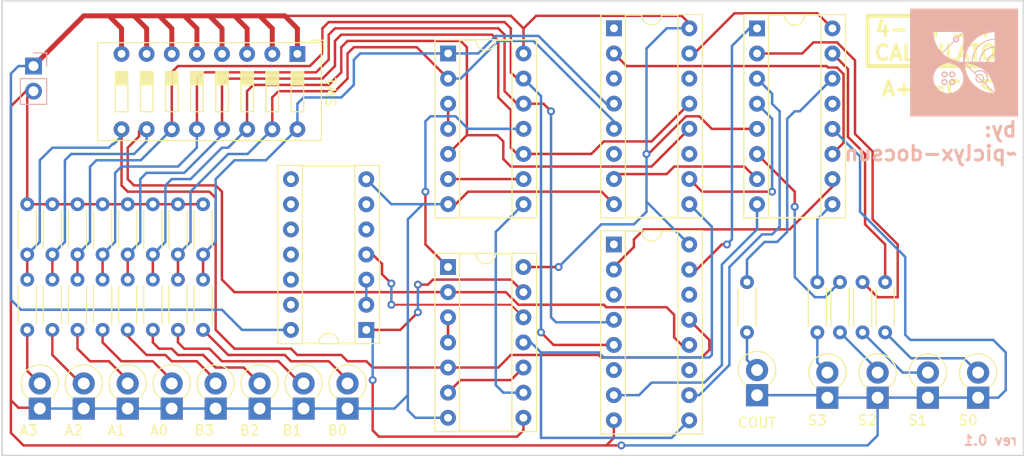
<source format=kicad_pcb>
(kicad_pcb (version 20211014) (generator pcbnew)
  (layers (0 "F.Cu" signal) (31 "B.Cu" signal) (34 "B.Paste" user) (35 "F.Paste" user) (36 "B.SilkS" user "B.Silkscreen") (37 "F.SilkS" user "F.Silkscreen") (38 "B.Mask" user) (39 "F.Mask" user) (44 "Edge.Cuts" user))
  (net 0 "")
  (net 1 "/4bit register/VCC")
  (net 2 "/4bit register/GND")
  (net 3 "Net-(D1-Pad2)")
  (net 4 "Net-(D2-Pad2)")
  (net 5 "Net-(D3-Pad2)")
  (net 6 "Net-(D4-Pad2)")
  (net 7 "Net-(D5-Pad2)")
  (net 8 "Net-(R1-Pad1)")
  (net 9 "Net-(R2-Pad1)")
  (net 10 "Net-(R3-Pad1)")
  (net 11 "Net-(R4-Pad1)")
  (net 12 "Net-(R5-Pad1)")
  (net 13 "/4bit register/D0_0")
  (net 14 "/4bit register/D1_0")
  (net 15 "/4bit register/D2_0")
  (net 16 "/4bit register/D3_0")
  (net 17 "/4bit register/D0_1")
  (net 18 "/4bit register/D1_1")
  (net 19 "/4bit register/D2_1")
  (net 20 "/4bit register/D3_1")
  (net 21 "Net-(U1-Pad3)")
  (net 22 "Net-(U1-Pad6)")
  (net 23 "Net-(U1-Pad8)")
  (net 24 "Net-(U1-Pad11)")
  (net 25 "Net-(U2-Pad3)")
  (net 26 "Net-(U2-Pad13)")
  (net 27 "/4bit register/CLK")
  (net 28 "Net-(U2-Pad12)")
  (net 29 "Net-(U3-Pad2)")
  (net 30 "/4bit register/Q0_1")
  (net 31 "/4bit register/Q1_1")
  (net 32 "/4bit register/Q1_0")
  (net 33 "/4bit register/Q2_0")
  (net 34 "/4bit register/Q2_1")
  (net 35 "/4bit register/Q3_1")
  (net 36 "/4bit register/Q3_0")
  (net 38 "/4bit register/Q0_0")
  (net 49 "Net-(U2-Pad10)")
  (net 50 "Net-(D6-Pad2)")
  (net 51 "Net-(D7-Pad2)")
  (net 52 "Net-(D8-Pad2)")
  (net 53 "Net-(D9-Pad2)")
  (net 54 "Net-(D10-Pad2)")
  (net 55 "Net-(D11-Pad2)")
  (net 56 "Net-(D12-Pad2)")
  (net 57 "Net-(D13-Pad2)")
  (footprint "Diode_THT:D_DO-15_P2.54mm_Vertical_KathodeUp" (layer "F.Cu") (at 113.792 66.294 90)
    (fp_text reference "D5" hide)
    (fp_text value "LED" hide)
  )
  (footprint "Resistor_THT:R_Axial_DIN0204_L3.6mm_D1.6mm_P5.08mm_Horizontal" (layer "F.Cu") (at 52.705 46.99 -90)
    (fp_text reference "R8" hide)
    (fp_text value "1k")
  )
  (footprint "Resistor_THT:R_Axial_DIN0204_L3.6mm_D1.6mm_P5.08mm_Horizontal" (layer "F.Cu") (at 42.545 46.99 -90)
    (fp_text reference "R12" hide)
    (fp_text value "1k")
  )
  (footprint "Resistor_THT:R_Axial_DIN0204_L3.6mm_D1.6mm_P5.08mm_Horizontal" (layer "F.Cu") (at 122.174 54.864 -90)
    (fp_text reference "R2" hide)
    (fp_text value "180")
  )
  (footprint "Diode_THT:D_DO-15_P2.54mm_Vertical_KathodeUp" (layer "F.Cu") (at 63.5 67.65 90)
    (fp_text reference "D11" hide)
    (fp_text value "LED" hide)
  )
  (footprint "Resistor_THT:R_Axial_DIN0204_L3.6mm_D1.6mm_P5.08mm_Horizontal" (layer "F.Cu") (at 52.705 54.61 -90)
    (fp_text reference "R19" hide)
    (fp_text value "180")
  )
  (footprint "Resistor_THT:R_Axial_DIN0204_L3.6mm_D1.6mm_P5.08mm_Horizontal" (layer "F.Cu") (at 57.785 46.99 -90)
    (fp_text reference "R6" hide)
    (fp_text value "1k")
  )
  (footprint "Diode_THT:D_DO-15_P2.54mm_Vertical_KathodeUp" (layer "F.Cu") (at 50.165 67.65 90)
    (fp_text reference "D8" hide)
    (fp_text value "LED" hide)
  )
  (footprint "Resistor_THT:R_Axial_DIN0204_L3.6mm_D1.6mm_P5.08mm_Horizontal" (layer "F.Cu") (at 45.085 54.61 -90)
    (fp_text reference "R16" hide)
    (fp_text value "180")
  )
  (footprint "Resistor_THT:R_Axial_DIN0204_L3.6mm_D1.6mm_P5.08mm_Horizontal" (layer "F.Cu") (at 42.545 54.61 -90)
    (fp_text reference "R15" hide)
    (fp_text value "180")
  )
  (footprint "Package_DIP:DIP-14_W7.62mm_Socket" (layer "F.Cu") (at 82.55 53.34)
    (fp_text reference "U2" hide)
    (fp_text value "74LS86")
  )
  (footprint "Resistor_THT:R_Axial_DIN0204_L3.6mm_D1.6mm_P5.08mm_Horizontal" (layer "F.Cu") (at 124.46 54.864 -90)
    (fp_text reference "R3" hide)
    (fp_text value "180")
  )
  (footprint "Resistor_THT:R_Axial_DIN0204_L3.6mm_D1.6mm_P5.08mm_Horizontal" (layer "F.Cu") (at 40.005 54.61 -90)
    (fp_text reference "R14" hide)
    (fp_text value "180")
  )
  (footprint "Package_DIP:DIP-16_W7.62mm_Socket" (layer "F.Cu") (at 113.792 29.21)
    (fp_text reference "U4" hide)
    (fp_text value "74LS83")
  )
  (footprint "Resistor_THT:R_Axial_DIN0204_L3.6mm_D1.6mm_P5.08mm_Horizontal" (layer "F.Cu") (at 57.785 54.61 -90)
    (fp_text reference "R21" hide)
    (fp_text value "180")
  )
  (footprint "Diode_THT:D_DO-15_P2.54mm_Vertical_KathodeUp" (layer "F.Cu") (at 54.61 67.65 90)
    (fp_text reference "D9" hide)
    (fp_text value "LED" hide)
  )
  (footprint "Resistor_THT:R_Axial_DIN0204_L3.6mm_D1.6mm_P5.08mm_Horizontal" (layer "F.Cu") (at 119.888 54.864 -90)
    (fp_text reference "R1" hide)
    (fp_text value "180")
  )
  (footprint "Resistor_THT:R_Axial_DIN0204_L3.6mm_D1.6mm_P5.08mm_Horizontal" (layer "F.Cu") (at 126.746 54.864 -90)
    (fp_text reference "R4" hide)
    (fp_text value "180")
  )
  (footprint "Diode_THT:D_DO-15_P2.54mm_Vertical_KathodeUp" (layer "F.Cu") (at 120.904 66.548 90)
    (fp_text reference "D1" hide)
    (fp_text value "LED" hide)
  )
  (footprint "Resistor_THT:R_Axial_DIN0204_L3.6mm_D1.6mm_P5.08mm_Horizontal" (layer "F.Cu") (at 45.085 46.99 -90)
    (fp_text reference "R11" hide)
    (fp_text value "1k")
  )
  (footprint "Resistor_THT:R_Axial_DIN0204_L3.6mm_D1.6mm_P5.08mm_Horizontal" (layer "F.Cu") (at 40.005 46.99 -90)
    (fp_text reference "R13" hide)
    (fp_text value "1k")
  )
  (footprint "Diode_THT:D_DO-15_P2.54mm_Vertical_KathodeUp" (layer "F.Cu") (at 59.055 67.65 90)
    (fp_text reference "D10" hide)
    (fp_text value "LED" hide)
  )
  (footprint "Diode_THT:D_DO-15_P2.54mm_Vertical_KathodeUp" (layer "F.Cu") (at 67.945 67.65 90)
    (fp_text reference "D12" hide)
    (fp_text value "LED" hide)
  )
  (footprint "Resistor_THT:R_Axial_DIN0204_L3.6mm_D1.6mm_P5.08mm_Horizontal" (layer "F.Cu") (at 55.245 54.61 -90)
    (fp_text reference "R20" hide)
    (fp_text value "180")
  )
  (footprint "Package_DIP:DIP-16_W7.62mm_Socket" (layer "F.Cu") (at 99.324 29.2)
    (fp_text reference "U5" hide)
    (fp_text value "74LS175")
  )
  (footprint "Resistor_THT:R_Axial_DIN0204_L3.6mm_D1.6mm_P5.08mm_Horizontal" (layer "F.Cu") (at 112.776 54.864 -90)
    (fp_text reference "R5" hide)
    (fp_text value "180")
  )
  (footprint "Diode_THT:D_DO-15_P2.54mm_Vertical_KathodeUp" (layer "F.Cu") (at 131.064 66.548 90)
    (fp_text reference "D3" hide)
    (fp_text value "LED" hide)
  )
  (footprint "Package_DIP:DIP-14_W7.62mm_Socket" (layer "F.Cu") (at 82.56 31.745)
    (fp_text reference "U1" hide)
    (fp_text value "74LS86")
  )
  (footprint "Resistor_THT:R_Axial_DIN0204_L3.6mm_D1.6mm_P5.08mm_Horizontal" (layer "F.Cu") (at 47.625 46.99 -90)
    (fp_text reference "R10" hide)
    (fp_text value "1k")
  )
  (footprint "Resistor_THT:R_Axial_DIN0204_L3.6mm_D1.6mm_P5.08mm_Horizontal" (layer "F.Cu") (at 50.165 54.61 -90)
    (fp_text reference "R18" hide)
    (fp_text value "180")
  )
  (footprint "Diode_THT:D_DO-15_P2.54mm_Vertical_KathodeUp" (layer "F.Cu") (at 136.144 66.548 90)
    (fp_text reference "D4" hide)
    (fp_text value "LED" hide)
  )
  (footprint "Resistor_THT:R_Axial_DIN0204_L3.6mm_D1.6mm_P5.08mm_Horizontal" (layer "F.Cu") (at 50.165 46.99 -90)
    (fp_text reference "R9" hide)
    (fp_text value "1k")
  )
  (footprint "Package_DIP:DIP-16_W7.62mm_Socket" (layer "F.Cu") (at 99.314 51.054)
    (fp_text reference "U6" hide)
    (fp_text value "74LS175")
  )
  (footprint "Resistor_THT:R_Axial_DIN0204_L3.6mm_D1.6mm_P5.08mm_Horizontal" (layer "F.Cu") (at 55.245 46.99 -90)
    (fp_text reference "R7" hide)
    (fp_text value "1k")
  )
  (footprint "Resistor_THT:R_Axial_DIN0204_L3.6mm_D1.6mm_P5.08mm_Horizontal" (layer "F.Cu") (at 47.625 54.61 -90)
    (fp_text reference "R17" hide)
    (fp_text value "180")
  )
  (footprint "Button_Switch_THT:SW_DIP_SPSTx08_Slide_9.78x22.5mm_W7.62mm_P2.54mm" (layer "F.Cu") (at 67.32 31.7925 -90)
    (fp_text reference "SW1")
    (fp_text value "SW_DIP_x08")
  )
  (footprint "Diode_THT:D_DO-15_P2.54mm_Vertical_KathodeUp" (layer "F.Cu") (at 41.275 67.65 90)
    (fp_text reference "D6" hide)
    (fp_text value "LED" hide)
  )
  (footprint "Package_DIP:DIP-14_W7.62mm_Socket" (layer "F.Cu") (at 74.285 59.695 180)
    (fp_text reference "U3" hide)
    (fp_text value "74LS04")
  )
  (footprint "Diode_THT:D_DO-15_P2.54mm_Vertical_KathodeUp" (layer "F.Cu") (at 45.72 67.65 90)
    (fp_text reference "D7" hide)
    (fp_text value "LED" hide)
  )
  (footprint "Diode_THT:D_DO-15_P2.54mm_Vertical_KathodeUp" (layer "F.Cu") (at 72.39 67.65 90)
    (fp_text reference "D13" hide)
    (fp_text value "LED" hide)
  )
  (footprint "Diode_THT:D_DO-15_P2.54mm_Vertical_KathodeUp" (layer "F.Cu") (at 125.984 66.548 90)
    (fp_text reference "D2" hide)
    (fp_text value "LED" hide)
  )
  (footprint "Connector_PinHeader_2.54mm:PinHeader_1x02_P2.54mm_Vertical" (layer "B.Cu") (at 40.64 33.02 180)
    (fp_text reference "BT1" hide)
    (fp_text value "5V")
  )
  (gr_rect (start 139.7 32.766) (end 139.7 32.766) (layer "F.Cu") (width 0.2) (fill none))
  (gr_line locked (start 136.34979 34.642442) (end 136.330178 34.643933) (layer "B.SilkS") (width 0.086412))
  (gr_line locked (start 135.792976 33.684716) (end 135.764161 33.71211) (layer "B.SilkS") (width 0.086412))
  (gr_line locked (start 137.236112 32.164993) (end 137.214578 32.195275) (layer "B.SilkS") (width 0.086412))
  (gr_line locked (start 136.510555 33.927979) (end 136.526223 33.938024) (layer "B.SilkS") (width 0.086412))
  (gr_line locked (start 136.630534 34.474171) (end 136.619767 34.489312) (layer "B.SilkS") (width 0.086412))
  (gr_line locked (start 136.232476 33.879916) (end 136.251493 33.87652) (layer "B.SilkS") (width 0.086412))
  (gr_line locked (start 135.720029 31.725193) (end 135.678541 31.830416) (layer "B.SilkS") (width 0.086412))
  (gr_line locked (start 136.694494 34.297738) (end 136.692038 34.317065) (layer "B.SilkS") (width 0.086412))
  (gr_line locked (start 137.38806 30.35709) (end 137.275957 30.382963) (layer "B.SilkS") (width 0.086412))
  (gr_line locked (start 137.855035 31.08238) (end 137.775544 31.08439) (layer "B.SilkS") (width 0.086412))
  (gr_line locked (start 136.384338 33.489423) (end 136.347356 33.486772) (layer "B.SilkS") (width 0.086412))
  (gr_line locked (start 136.110055 33.927979) (end 136.126228 33.918681) (layer "B.SilkS") (width 0.086412))
  (gr_line locked (start 136.462633 31.957406) (end 136.431698 32.025832) (layer "B.SilkS") (width 0.086412))
  (gr_line locked (start 136.050645 34.544112) (end 136.037233 34.531325) (layer "B.SilkS") (width 0.086412))
  (gr_line locked (start 136.195466 33.889433) (end 136.213792 33.884229) (layer "B.SilkS") (width 0.086412))
  (gr_line locked (start 136.68433 34.16174) (end 136.688642 34.180424) (layer "B.SilkS") (width 0.086412))
  (gr_line locked (start 136.569966 34.544112) (end 136.555953 34.55625) (layer "B.SilkS") (width 0.086412))
  (gr_line locked (start 135.962205 34.090827) (end 135.970733 34.074175) (layer "B.SilkS") (width 0.086412))
  (gr_line locked (start 136.666139 34.107933) (end 136.673054 34.12547) (layer "B.SilkS") (width 0.086412))
  (gr_line locked (start 137.283317 32.10779) (end 137.259041 32.135815) (layer "B.SilkS") (width 0.086412))
  (gr_line locked (start 136.559526 30.705739) (end 136.468681 30.77034) (layer "B.SilkS") (width 0.086412))
  (gr_line locked (start 136.477731 34.606354) (end 136.460625 34.614088) (layer "B.SilkS") (width 0.086412))
  (gr_line locked (start 137.194488 32.226612) (end 137.17589 32.258956) (layer "B.SilkS") (width 0.086412))
  (gr_line locked (start 136.955421 34.683234) (end 136.975745 34.650713) (layer "B.SilkS") (width 0.086412))
  (gr_line locked (start 136.369117 34.639986) (end 136.34979 34.642442) (layer "B.SilkS") (width 0.086412))
  (gr_line locked (start 137.697096 31.090355) (end 137.619788 31.100178) (layer "B.SilkS") (width 0.086412))
  (gr_line locked (start 136.079246 34.567715) (end 136.064657 34.55625) (layer "B.SilkS") (width 0.086412))
  (gr_line locked (start 136.27082 34.642442) (end 136.251493 34.639986) (layer "B.SilkS") (width 0.086412))
  (gr_line locked (start 137.118725 31.26882) (end 137.054037 31.306016) (layer "B.SilkS") (width 0.086412))
  (gr_line locked (start 136.000843 34.027194) (end 136.012308 34.012605) (layer "B.SilkS") (width 0.086412))
  (gr_line locked (start 136.649877 34.074175) (end 136.658406 34.090827) (layer "B.SilkS") (width 0.086412))
  (gr_line locked (start 136.619767 34.027194) (end 136.630534 34.042335) (layer "B.SilkS") (width 0.086412))
  (gr_line locked (start 136.273254 33.486772) (end 136.236272 33.489423) (layer "B.SilkS") (width 0.086412))
  (gr_line locked (start 136.290432 33.872573) (end 136.310305 33.872071) (layer "B.SilkS") (width 0.086412))
  (gr_line locked (start 137.855106 35.802983) (end 134.765647 32.713523) (layer "B.SilkS") (width 0.086412))
  (gr_line locked (start 135.990077 34.042335) (end 136.000843 34.027194) (layer "B.SilkS") (width 0.086412))
  (gr_line locked (start 136.658406 34.425679) (end 136.649877 34.442331) (layer "B.SilkS") (width 0.086412))
  (gr_line locked (start 136.619767 34.489312) (end 136.608302 34.503901) (layer "B.SilkS") (width 0.086412))
  (gr_line locked (start 135.924123 34.258253) (end 135.924123 34.258253) (layer "B.SilkS") (width 0.086412))
  (gr_line locked (start 137.03937 34.513765) (end 137.050858 34.478155) (layer "B.SilkS") (width 0.086412))
  (gr_line locked (start 136.369117 33.87652) (end 136.388134 33.879916) (layer "B.SilkS") (width 0.086412))
  (gr_line locked (start 136.328104 32.391863) (end 136.318281 32.469171) (layer "B.SilkS") (width 0.086412))
  (gr_poly locked (pts (xy 133.506331 33.594863) (xy 133.492235 33.595935) (xy 133.478344 33.5977) (xy 133.464675 33.600141) (xy 133.451246 33.603241) (xy 133.438074 33.606981) (xy 133.425177 33.611345) (xy 133.412572 33.616315) (xy 133.400277 33.621873) (xy 133.388309 33.628003) (xy 133.376685 33.634687) (xy 133.365423 33.641906) (xy 133.354541 33.649645) (xy 133.344055 33.657885) (xy 133.333984 33.666609) (xy 133.324344 33.6758) (xy 133.315153 33.68544) (xy 133.306429 33.695511) (xy 133.298189 33.705997) (xy 133.29045 33.716879) (xy 133.28323 33.728141) (xy 133.276547 33.739765) (xy 133.270417 33.751733) (xy 133.264858 33.764028) (xy 133.259888 33.776633) (xy 133.255524 33.78953) (xy 133.251784 33.802702) (xy 133.248685 33.816131) (xy 133.246244 33.8298) (xy 133.244479 33.843691) (xy 133.243407 33.857787) (xy 133.243045 33.872071) (xy 133.243407 33.886354) (xy 133.244479 33.90045) (xy 133.246244 33.914341) (xy 133.248685 33.92801) (xy 133.251784 33.941439) (xy 133.255524 33.954611) (xy 133.259888 33.967508) (xy 133.264858 33.980113) (xy 133.270417 33.992408) (xy 133.276547 34.004376) (xy 133.28323 34.016) (xy 133.29045 34.027262) (xy 133.298189 34.038144) (xy 133.306429 34.04863) (xy 133.315153 34.058701) (xy 133.324344 34.068341) (xy 133.333984 34.077532) (xy 133.344055 34.086256) (xy 133.354541 34.094496) (xy 133.365423 34.102235) (xy 133.376685 34.109455) (xy 133.388309 34.116138) (xy 133.400277 34.122268) (xy 133.412572 34.127827) (xy 133.425177 34.132797) (xy 133.438074 34.137161) (xy 133.451246 34.140901) (xy 133.464675 34.144) (xy 133.478344 34.146441) (xy 133.492235 34.148206) (xy 133.506331 34.149278) (xy 133.520614 34.14964) (xy 133.534898 34.149278) (xy 133.548994 34.148206) (xy 133.562885 34.146441) (xy 133.576554 34.144) (xy 133.589983 34.140901) (xy 133.603155 34.137161) (xy 133.616052 34.132797) (xy 133.628657 34.127827) (xy 133.640952 34.122268) (xy 133.65292 34.116138) (xy 133.664544 34.109455) (xy 133.675806 34.102235) (xy 133.686688 34.094496) (xy 133.697174 34.086256) (xy 133.707245 34.077532) (xy 133.716885 34.068341) (xy 133.726076 34.058701) (xy 133.7348 34.04863) (xy 133.74304 34.038144) (xy 133.750779 34.027262) (xy 133.757998 34.016) (xy 133.764682 34.004376) (xy 133.770812 33.992408) (xy 133.77637 33.980113) (xy 133.78134 33.967508) (xy 133.785704 33.954611) (xy 133.789444 33.941439) (xy 133.792544 33.92801) (xy 133.794985 33.914341) (xy 133.79675 33.90045) (xy 133.797822 33.886354) (xy 133.798183 33.872071) (xy 133.737842 33.872071) (xy 133.73756 33.883249) (xy 133.736721 33.894281) (xy 133.735339 33.905152) (xy 133.733429 33.915849) (xy 133.731003 33.926359) (xy 133.728076 33.936667) (xy 133.724661 33.946761) (xy 133.720771 33.956625) (xy 133.716421 33.966248) (xy 133.711624 33.975614) (xy 133.706393 33.984711) (xy 133.700743 33.993525) (xy 133.694687 34.002041) (xy 133.688238 34.010247) (xy 133.68141 34.018129) (xy 133.674218 34.025674) (xy 133.666673 34.032866) (xy 133.658791 34.039694) (xy 133.650585 34.046143) (xy 133.642068 34.052199) (xy 133.633255 34.057849) (xy 133.624158 34.06308) (xy 133.614792 34.067877) (xy 133.605169 34.072227) (xy 133.595305 34.076117) (xy 133.585211 34.079532) (xy 133.574903 34.082459) (xy 133.564393 34.084885) (xy 133.553696 34.086795) (xy 133.542825 34.088177) (xy 133.531793 34.089016) (xy 133.520614 34.089298) (xy 133.509436 34.089016) (xy 133.498404 34.088177) (xy 133.487533 34.086795) (xy 133.476836 34.084885) (xy 133.466326 34.082459) (xy 133.456018 34.079532) (xy 133.445924 34.076117) (xy 133.43606 34.072227) (xy 133.426437 34.067877) (xy 133.417071 34.06308) (xy 133.407974 34.057849) (xy 133.39916 34.052199) (xy 133.390644 34.046143) (xy 133.382438 34.039694) (xy 133.374556 34.032866) (xy 133.367011 34.025674) (xy 133.359819 34.018129) (xy 133.352991 34.010247) (xy 133.346542 34.002041) (xy 133.340486 33.993525) (xy 133.334836 33.984711) (xy 133.329605 33.975614) (xy 133.324808 33.966248) (xy 133.320458 33.956625) (xy 133.316568 33.946761) (xy 133.313153 33.936667) (xy 133.310226 33.926359) (xy 133.3078 33.915849) (xy 133.30589 33.905152) (xy 133.304508 33.894281) (xy 133.303669 33.883249) (xy 133.303387 33.872071) (xy 133.303669 33.860892) (xy 133.304508 33.84986) (xy 133.30589 33.838989) (xy 133.3078 33.828292) (xy 133.310226 33.817782) (xy 133.313153 33.807474) (xy 133.316568 33.79738) (xy 133.320458 33.787516) (xy 133.324808 33.777893) (xy 133.329605 33.768527) (xy 133.334836 33.75943) (xy 133.340486 33.750617) (xy 133.346542 33.7421) (xy 133.352991 33.733894) (xy 133.359819 33.726012) (xy 133.367011 33.718467) (xy 133.374556 33.711275) (xy 133.382438 33.704447) (xy 133.390644 33.697998) (xy 133.39916 33.691942) (xy 133.407974 33.686292) (xy 133.417071 33.681061) (xy 133.426437 33.676264) (xy 133.43606 33.671914) (xy 133.445924 33.668024) (xy 133.456018 33.664609) (xy 133.466326 33.661682) (xy 133.476836 33.659256) (xy 133.487533 33.657346) (xy 133.498404 33.655964) (xy 133.509436 33.655125) (xy 133.520614 33.654843) (xy 133.531793 33.655125) (xy 133.542825 33.655964) (xy 133.553696 33.657346) (xy 133.564393 33.659256) (xy 133.574903 33.661682) (xy 133.585211 33.664609) (xy 133.595305 33.668024) (xy 133.605169 33.671914) (xy 133.614792 33.676264) (xy 133.624158 33.681061) (xy 133.633255 33.686292) (xy 133.642068 33.691942) (xy 133.650585 33.697998) (xy 133.658791 33.704447) (xy 133.666673 33.711275) (xy 133.674218 33.718467) (xy 133.68141 33.726012) (xy 133.688238 33.733894) (xy 133.694687 33.7421) (xy 133.700743 33.750617) (xy 133.706393 33.75943) (xy 133.711624 33.768527) (xy 133.716421 33.777893) (xy 133.720771 33.787516) (xy 133.724661 33.79738) (xy 133.728076 33.807474) (xy 133.731003 33.817782) (xy 133.733429 33.828292) (xy 133.735339 33.838989) (xy 133.736721 33.84986) (xy 133.73756 33.860892) (xy 133.737842 33.872071) (xy 133.798183 33.872071) (xy 133.797822 33.857787) (xy 133.79675 33.843691) (xy 133.794985 33.8298) (xy 133.792544 33.816131) (xy 133.789444 33.802702) (xy 133.785704 33.78953) (xy 133.78134 33.776633) (xy 133.77637 33.764028) (xy 133.770812 33.751733) (xy 133.764682 33.739765) (xy 133.757998 33.728141) (xy 133.750779 33.716879) (xy 133.74304 33.705997) (xy 133.7348 33.695511) (xy 133.726076 33.68544) (xy 133.716885 33.6758) (xy 133.707245 33.666609) (xy 133.697174 33.657885) (xy 133.686688 33.649645) (xy 133.675806 33.641906) (xy 133.664544 33.634687) (xy 133.65292 33.628003) (xy 133.640952 33.621873) (xy 133.628657 33.616315) (xy 133.616052 33.611345) (xy 133.603155 33.606981) (xy 133.589983 33.603241) (xy 133.576554 33.600141) (xy 133.562885 33.5977) (xy 133.548994 33.595935) (xy 133.534898 33.594863) (xy 133.520614 33.594502)) (layer "B.SilkS") (width 0.08) (fill solid))
  (gr_line locked (start 136.126228 33.918681) (end 136.142879 33.910152) (layer "B.SilkS") (width 0.086412))
  (gr_line locked (start 136.640579 34.058003) (end 136.649877 34.074175) (layer "B.SilkS") (width 0.086412))
  (gr_line locked (start 137.502165 30.336713) (end 137.38806 30.35709) (layer "B.SilkS") (width 0.086412))
  (gr_line locked (start 136.236272 33.489423) (end 136.199427 33.493841) (layer "B.SilkS") (width 0.086412))
  (gr_line locked (start 137.068531 34.110736) (end 137.060578 34.074372) (layer "B.SilkS") (width 0.086412))
  (gr_line locked (start 136.692038 34.317065) (end 136.688642 34.336082) (layer "B.SilkS") (width 0.086412))
  (gr_line locked (start 136.310305 34.644436) (end 136.310305 34.644436) (layer "B.SilkS") (width 0.086412))
  (gr_line locked (start 136.012308 34.012605) (end 136.024446 33.998593) (layer "B.SilkS") (width 0.086412))
  (gr_line locked (start 135.931969 34.336082) (end 135.928572 34.317065) (layer "B.SilkS") (width 0.086412))
  (gr_line locked (start 136.460625 34.614088) (end 136.443088 34.621002) (layer "B.SilkS") (width 0.086412))
  (gr_line locked (start 136.310305 33.485888) (end 136.273254 33.486772) (layer "B.SilkS") (width 0.086412))
  (gr_line locked (start 135.998265 31.240756) (end 135.933664 31.331601) (layer "B.SilkS") (width 0.086412))
  (gr_line locked (start 136.406818 34.632278) (end 136.388134 34.63659) (layer "B.SilkS") (width 0.086412))
  (gr_line locked (start 136.696488 34.258253) (end 136.695985 34.278126) (layer "B.SilkS") (width 0.086412))
  (gr_line locked (start 136.347356 33.486772) (end 136.310305 33.485888) (layer "B.SilkS") (width 0.086412))
  (gr_line locked (start 137.068531 34.40577) (end 137.074717 34.369131) (layer "B.SilkS") (width 0.086412))
  (gr_line locked (start 136.679126 34.143414) (end 136.68433 34.16174) (layer "B.SilkS") (width 0.086412))
  (gr_line locked (start 136.68433 34.354766) (end 136.679126 34.373092) (layer "B.SilkS") (width 0.086412))
  (gr_line locked (start 136.569966 33.972394) (end 136.583377 33.985181) (layer "B.SilkS") (width 0.086412))
  (gr_line locked (start 137.086658 32.548141) (end 137.083675 32.587365) (layer "B.SilkS") (width 0.086412))
  (gr_line locked (start 136.762746 31.534821) (end 136.711598 31.588469) (layer "B.SilkS") (width 0.086412))
  (gr_line locked (start 137.09157 32.509487) (end 137.086658 32.548141) (layer "B.SilkS") (width 0.086412))
  (gr_line locked (start 137.699377 31.870437) (end 137.662009 31.879061) (layer "B.SilkS") (width 0.086412))
  (gr_line locked (start 136.600946 33.542444) (end 136.565817 33.529188) (layer "B.SilkS") (width 0.086412))
  (gr_line locked (start 136.050645 33.972394) (end 136.064657 33.960256) (layer "B.SilkS") (width 0.086412))
  (gr_line locked (start 137.185331 31.234707) (end 137.118725 31.26882) (layer "B.SilkS") (width 0.086412))
  (gr_line locked (start 136.421183 33.493841) (end 136.384338 33.489423) (layer "B.SilkS") (width 0.086412))
  (gr_line locked (start 136.663047 31.644518) (end 136.617189 31.702874) (layer "B.SilkS") (width 0.086412))
  (gr_line locked (start 135.585015 32.160135) (end 135.564638 32.27424) (layer "B.SilkS") (width 0.086412))
  (gr_line locked (start 137.554396 31.915442) (end 137.520183 31.930909) (layer "B.SilkS") (width 0.086412))
  (gr_line locked (start 135.822821 33.659089) (end 135.792976 33.684716) (layer "B.SilkS") (width 0.086412))
  (gr_line locked (start 136.653537 30.645469) (end 136.559526 30.705739) (layer "B.SilkS") (width 0.086412))
  (gr_line locked (start 136.649877 34.442331) (end 136.640579 34.458503) (layer "B.SilkS") (width 0.086412))
  (gr_line locked (start 136.310305 33.872071) (end 136.330178 33.872573) (layer "B.SilkS") (width 0.086412))
  (gr_line locked (start 136.953118 30.492104) (end 136.850479 30.538506) (layer "B.SilkS") (width 0.086412))
  (gr_line locked (start 136.856449 34.804397) (end 136.883843 34.775582) (layer "B.SilkS") (width 0.086412))
  (gr_line locked (start 136.555953 33.960256) (end 136.569966 33.972394) (layer "B.SilkS") (width 0.086412))
  (gr_line locked (start 136.090402 33.517701) (end 136.054793 33.529188) (layer "B.SilkS") (width 0.086412))
  (gr_line locked (start 136.177523 34.621002) (end 136.159986 34.614088) (layer "B.SilkS") (width 0.086412))
  (gr_line locked (start 136.312315 32.547619) (end 136.310305 32.62711) (layer "B.SilkS") (width 0.086412))
  (gr_line locked (start 136.064657 34.55625) (end 136.050645 34.544112) (layer "B.SilkS") (width 0.086412))
  (gr_line locked (start 137.117394 32.397433) (end 137.106986 32.434085) (layer "B.SilkS") (width 0.086412))
  (gr_line locked (start 137.855035 30.310015) (end 137.735798 30.31303) (layer "B.SilkS") (width 0.086412))
  (gr_line locked (start 136.679126 34.373092) (end 136.673054 34.391035) (layer "B.SilkS") (width 0.086412))
  (gr_line locked (start 136.330178 34.643933) (end 136.310305 34.644436) (layer "B.SilkS") (width 0.086412))
  (gr_line locked (start 137.618126 30.321978) (end 137.502165 30.336713) (layer "B.SilkS") (width 0.086412))
  (gr_line locked (start 135.926117 34.297738) (end 135.924625 34.278126) (layer "B.SilkS") (width 0.086412))
  (gr_line locked (start 135.954471 34.107933) (end 135.962205 34.090827) (layer "B.SilkS") (width 0.086412))
  (gr_line locked (start 135.980032 34.058003) (end 135.990077 34.042335) (layer "B.SilkS") (width 0.086412))
  (gr_line locked (start 136.037233 34.531325) (end 136.024446 34.517913) (layer "B.SilkS") (width 0.086412))
  (gr_line locked (start 137.423199 31.986654) (end 137.392917 32.008187) (layer "B.SilkS") (width 0.086412))
  (gr_line locked (start 135.947556 34.391035) (end 135.941485 34.373092) (layer "B.SilkS") (width 0.086412))
  (gr_line locked (start 137.060578 34.074372) (end 137.050858 34.038351) (layer "B.SilkS") (width 0.086412))
  (gr_line locked (start 137.619788 31.100178) (end 137.543718 31.113763) (layer "B.SilkS") (width 0.086412))
  (gr_line locked (start 136.213792 33.884229) (end 136.232476 33.879916) (layer "B.SilkS") (width 0.086412))
  (gr_line locked (start 135.853626 33.63523) (end 135.822821 33.659089) (layer "B.SilkS") (width 0.086412))
  (gr_line locked (start 135.936281 34.354766) (end 135.931969 34.336082) (layer "B.SilkS") (width 0.086412))
  (gr_line locked (start 136.195466 34.627074) (end 136.177523 34.621002) (layer "B.SilkS") (width 0.086412))
  (gr_line locked (start 137.079135 34.332286) (end 137.081786 34.295304) (layer "B.SilkS") (width 0.086412))
  (gr_line locked (start 136.872444 31.435121) (end 136.816394 31.483673) (layer "B.SilkS") (width 0.086412))
  (gr_line locked (start 136.494186 33.50798) (end 136.457822 33.500027) (layer "B.SilkS") (width 0.086412))
  (gr_line locked (start 137.060578 34.442134) (end 137.068531 34.40577) (layer "B.SilkS") (width 0.086412))
  (gr_line locked (start 135.928572 34.199441) (end 135.931969 34.180424) (layer "B.SilkS") (width 0.086412))
  (gr_line locked (start 137.662009 31.879061) (end 137.625357 31.889469) (layer "B.SilkS") (width 0.086412))
  (gr_line locked (start 136.991362 31.346196) (end 136.930799 31.389263) (layer "B.SilkS") (width 0.086412))
  (gr_line locked (start 136.494383 33.918681) (end 136.510555 33.927979) (layer "B.SilkS") (width 0.086412))
  (gr_line locked (start 136.797789 33.659089) (end 136.766984 33.63523) (layer "B.SilkS") (width 0.086412))
  (gr_line locked (start 137.054037 31.306016) (end 136.991362 31.346196) (layer "B.SilkS") (width 0.086412))
  (gr_line locked (start 136.669489 33.574256) (end 136.635526 33.557466) (layer "B.SilkS") (width 0.086412))
  (gr_line locked (start 136.673054 34.12547) (end 136.679126 34.143414) (layer "B.SilkS") (width 0.086412))
  (gr_line locked (start 136.541364 33.948791) (end 136.555953 33.960256) (layer "B.SilkS") (width 0.086412))
  (gr_line locked (start 136.630534 34.042335) (end 136.640579 34.058003) (layer "B.SilkS") (width 0.086412))
  (gr_line locked (start 136.673054 34.391035) (end 136.666139 34.408573) (layer "B.SilkS") (width 0.086412))
  (gr_line locked (start 135.610888 32.048032) (end 135.585015 32.160135) (layer "B.SilkS") (width 0.086412))
  (gr_line locked (start 136.34979 33.874064) (end 136.369117 33.87652) (layer "B.SilkS") (width 0.086412))
  (gr_line locked (start 136.816394 31.483673) (end 136.762746 31.534821) (layer "B.SilkS") (width 0.086412))
  (gr_line locked (start 136.496746 31.8908) (end 136.462633 31.957406) (layer "B.SilkS") (width 0.086412))
  (gr_line locked (start 136.955421 33.833272) (end 136.933329 33.801575) (layer "B.SilkS") (width 0.086412))
  (gr_line locked (start 137.081786 34.221202) (end 137.079135 34.18422) (layer "B.SilkS") (width 0.086412))
  (gr_line locked (start 137.776065 31.858733) (end 137.737412 31.863645) (layer "B.SilkS") (width 0.086412))
  (gr_line locked (start 136.110055 34.588527) (end 136.094387 34.578482) (layer "B.SilkS") (width 0.086412))
  (gr_line locked (start 137.363739 32.031117) (end 137.335714 32.055392) (layer "B.SilkS") (width 0.086412))
  (gr_line locked (start 137.03937 34.002741) (end 137.026115 33.967612) (layer "B.SilkS") (width 0.086412))
  (gr_line locked (start 136.694494 34.218768) (end 136.695985 34.23838) (layer "B.SilkS") (width 0.086412))
  (gr_line locked (start 135.954471 34.408573) (end 135.947556 34.391035) (layer "B.SilkS") (width 0.086412))
  (gr_line locked (start 137.17589 32.258956) (end 137.158834 32.292259) (layer "B.SilkS") (width 0.086412))
  (gr_line locked (start 137.050858 34.038351) (end 137.03937 34.002741) (layer "B.SilkS") (width 0.086412))
  (gr_line locked (start 137.275957 30.382963) (end 137.166002 30.414187) (layer "B.SilkS") (width 0.086412))
  (gr_line locked (start 136.142879 33.910152) (end 136.159986 33.902419) (layer "B.SilkS") (width 0.086412))
  (gr_line locked (start 136.159986 33.902419) (end 136.177523 33.895504) (layer "B.SilkS") (width 0.086412))
  (gr_line locked (start 137.081786 34.295304) (end 137.08267 34.258253) (layer "B.SilkS") (width 0.086412))
  (gr_line locked (start 136.012308 34.503901) (end 136.000843 34.489312) (layer "B.SilkS") (width 0.086412))
  (gr_line locked (start 136.608302 34.503901) (end 136.596164 34.517913) (layer "B.SilkS") (width 0.086412))
  (gr_line locked (start 136.688642 34.336082) (end 136.68433 34.354766) (layer "B.SilkS") (width 0.086412))
  (gr_line locked (start 136.460625 33.902419) (end 136.477731 33.910152) (layer "B.SilkS") (width 0.086412))
  (gr_line locked (start 136.159986 34.614088) (end 136.142879 34.606354) (layer "B.SilkS") (width 0.086412))
  (gr_line locked (start 137.079135 34.18422) (end 137.074717 34.147375) (layer "B.SilkS") (width 0.086412))
  (gr_poly locked (pts (xy 132.733966 34.367228) (xy 132.71987 34.3683) (xy 132.705978 34.370065) (xy 132.69231 34.372506) (xy 132.678881 34.375606) (xy 132.665709 34.379346) (xy 132.652812 34.38371) (xy 132.640207 34.38868) (xy 132.627912 34.394238) (xy 132.615943 34.400368) (xy 132.60432 34.407052) (xy 132.593058 34.414272) (xy 132.582175 34.42201) (xy 132.57169 34.43025) (xy 132.561618 34.438974) (xy 132.551978 34.448165) (xy 132.542788 34.457805) (xy 132.534064 34.467876) (xy 132.525824 34.478362) (xy 132.518085 34.489244) (xy 132.510865 34.500506) (xy 132.504181 34.51213) (xy 132.498052 34.524098) (xy 132.492493 34.536393) (xy 132.487523 34.548998) (xy 132.483159 34.561895) (xy 132.479419 34.575067) (xy 132.47632 34.588496) (xy 132.473879 34.602165) (xy 132.472113 34.616056) (xy 132.471042 34.630152) (xy 132.47068 34.644436) (xy 132.471042 34.658719) (xy 132.472113 34.672815) (xy 132.473879 34.686707) (xy 132.47632 34.700375) (xy 132.479419 34.713804) (xy 132.483159 34.726976) (xy 132.487523 34.739873) (xy 132.492493 34.752478) (xy 132.498052 34.764773) (xy 132.504181 34.776742) (xy 132.510865 34.788365) (xy 132.518085 34.799627) (xy 132.525824 34.81051) (xy 132.534064 34.820995) (xy 132.542788 34.831067) (xy 132.551978 34.840707) (xy 132.561618 34.849897) (xy 132.57169 34.858621) (xy 132.582175 34.866861) (xy 132.593058 34.8746) (xy 132.60432 34.88182) (xy 132.615943 34.888504) (xy 132.627912 34.894633) (xy 132.640207 34.900192) (xy 132.652812 34.905162) (xy 132.665709 34.909526) (xy 132.678881 34.913266) (xy 132.69231 34.916365) (xy 132.705978 34.918806) (xy 132.71987 34.920572) (xy 132.733966 34.921643) (xy 132.748249 34.922005) (xy 132.762533 34.921643) (xy 132.776629 34.920572) (xy 132.79052 34.918806) (xy 132.804189 34.916365) (xy 132.817618 34.913266) (xy 132.83079 34.909526) (xy 132.843687 34.905162) (xy 132.856292 34.900192) (xy 132.868587 34.894633) (xy 132.880555 34.888504) (xy 132.892179 34.88182) (xy 132.903441 34.8746) (xy 132.914323 34.866861) (xy 132.924809 34.858621) (xy 132.93488 34.849897) (xy 132.94452 34.840707) (xy 132.953711 34.831067) (xy 132.962435 34.820995) (xy 132.970675 34.81051) (xy 132.978413 34.799627) (xy 132.985633 34.788365) (xy 132.992317 34.776742) (xy 132.998447 34.764773) (xy 133.004005 34.752478) (xy 133.008975 34.739873) (xy 133.013339 34.726976) (xy 133.017079 34.713804) (xy 133.020179 34.700375) (xy 133.02262 34.686707) (xy 133.024385 34.672815) (xy 133.025457 34.658719) (xy 133.025818 34.644436) (xy 132.965477 34.644436) (xy 132.965194 34.655614) (xy 132.964356 34.666646) (xy 132.962974 34.677517) (xy 132.961064 34.688215) (xy 132.958638 34.698724) (xy 132.955711 34.709033) (xy 132.952296 34.719126) (xy 132.948406 34.728991) (xy 132.944056 34.738613) (xy 132.939259 34.747979) (xy 132.934028 34.757076) (xy 132.928378 34.76589) (xy 132.922322 34.774407) (xy 132.915873 34.782613) (xy 132.909045 34.790495) (xy 132.901852 34.798039) (xy 132.894308 34.805232) (xy 132.886426 34.812059) (xy 132.87822 34.818508) (xy 132.869703 34.824564) (xy 132.86089 34.830215) (xy 132.851793 34.835445) (xy 132.842426 34.840242) (xy 132.832804 34.844593) (xy 132.822939 34.848482) (xy 132.812846 34.851897) (xy 132.802538 34.854825) (xy 132.792028 34.85725) (xy 132.781331 34.85916) (xy 132.77046 34.860542) (xy 132.759428 34.861381) (xy 132.748249 34.861663) (xy 132.737071 34.861381) (xy 132.726039 34.860542) (xy 132.715168 34.85916) (xy 132.70447 34.85725) (xy 132.693961 34.854825) (xy 132.683652 34.851897) (xy 132.673559 34.848482) (xy 132.663694 34.844593) (xy 132.654072 34.840242) (xy 132.644706 34.835445) (xy 132.635609 34.830215) (xy 132.626795 34.824564) (xy 132.618278 34.818508) (xy 132.610072 34.812059) (xy 132.60219 34.805232) (xy 132.594646 34.798039) (xy 132.587453 34.790495) (xy 132.580626 34.782613) (xy 132.574177 34.774407) (xy 132.568121 34.76589) (xy 132.56247 34.757076) (xy 132.55724 34.747979) (xy 132.552443 34.738613) (xy 132.548092 34.728991) (xy 132.544203 34.719126) (xy 132.540788 34.709033) (xy 132.53786 34.698724) (xy 132.535435 34.688215) (xy 132.533525 34.677517) (xy 132.532143 34.666646) (xy 132.531304 34.655614) (xy 132.531022 34.644436) (xy 132.531304 34.633257) (xy 132.532143 34.622225) (xy 132.533525 34.611354) (xy 132.535435 34.600657) (xy 132.53786 34.590147) (xy 132.540788 34.579839) (xy 132.544203 34.569746) (xy 132.548092 34.559881) (xy 132.552443 34.550259) (xy 132.55724 34.540892) (xy 132.56247 34.531795) (xy 132.568121 34.522982) (xy 132.574177 34.514465) (xy 132.580626 34.506259) (xy 132.587453 34.498377) (xy 132.594646 34.490833) (xy 132.60219 34.48364) (xy 132.610072 34.476812) (xy 132.618278 34.470363) (xy 132.626795 34.464307) (xy 132.635609 34.458657) (xy 132.644706 34.453426) (xy 132.654072 34.448629) (xy 132.663694 34.444279) (xy 132.673559 34.440389) (xy 132.683652 34.436974) (xy 132.693961 34.434047) (xy 132.70447 34.431621) (xy 132.715168 34.429711) (xy 132.726039 34.428329) (xy 132.737071 34.427491) (xy 132.748249 34.427208) (xy 132.759428 34.427491) (xy 132.77046 34.428329) (xy 132.781331 34.429711) (xy 132.792028 34.431621) (xy 132.802538 34.434047) (xy 132.812846 34.436974) (xy 132.822939 34.440389) (xy 132.832804 34.444279) (xy 132.842426 34.448629) (xy 132.851793 34.453426) (xy 132.86089 34.458657) (xy 132.869703 34.464307) (xy 132.87822 34.470363) (xy 132.886426 34.476812) (xy 132.894308 34.48364) (xy 132.901852 34.490833) (xy 132.909045 34.498377) (xy 132.915873 34.506259) (xy 132.922322 34.514465) (xy 132.928378 34.522982) (xy 132.934028 34.531795) (xy 132.939259 34.540892) (xy 132.944056 34.550259) (xy 132.948406 34.559881) (xy 132.952296 34.569746) (xy 132.955711 34.579839) (xy 132.958638 34.590147) (xy 132.961064 34.600657) (xy 132.962974 34.611354) (xy 132.964356 34.622225) (xy 132.965194 34.633257) (xy 132.965477 34.644436) (xy 133.025818 34.644436) (xy 133.025457 34.630152) (xy 133.024385 34.616056) (xy 133.02262 34.602165) (xy 133.020179 34.588496) (xy 133.017079 34.575067) (xy 133.013339 34.561895) (xy 133.008975 34.548998) (xy 133.004005 34.536393) (xy 132.998447 34.524098) (xy 132.992317 34.51213) (xy 132.985633 34.500506) (xy 132.978413 34.489244) (xy 132.970675 34.478362) (xy 132.962435 34.467876) (xy 132.953711 34.457805) (xy 132.94452 34.448165) (xy 132.93488 34.438974) (xy 132.924809 34.43025) (xy 132.914323 34.42201) (xy 132.903441 34.414272) (xy 132.892179 34.407052) (xy 132.880555 34.400368) (xy 132.868587 34.394238) (xy 132.856292 34.38868) (xy 132.843687 34.38371) (xy 132.83079 34.379346) (xy 132.817618 34.375606) (xy 132.804189 34.372506) (xy 132.79052 34.370065) (xy 132.776629 34.3683) (xy 132.762533 34.367228) (xy 132.748249 34.366867)) (layer "B.SilkS") (width 0.08) (fill solid))
  (gr_line locked (start 136.054793 33.529188) (end 136.019664 33.542444) (layer "B.SilkS") (width 0.086412))
  (gr_line locked (start 137.855035 31.854745) (end 137.815289 31.85575) (layer "B.SilkS") (width 0.086412))
  (gr_line locked (start 136.425144 34.627074) (end 136.406818 34.632278) (layer "B.SilkS") (width 0.086412))
  (gr_line locked (start 135.951121 33.574256) (end 135.917845 33.592813) (layer "B.SilkS") (width 0.086412))
  (gr_line locked (start 137.39568 31.151828) (end 137.323905 31.176114) (layer "B.SilkS") (width 0.086412))
  (gr_line locked (start 137.074717 34.147375) (end 137.068531 34.110736) (layer "B.SilkS") (width 0.086412))
  (gr_line locked (start 137.253757 31.203772) (end 137.185331 31.234707) (layer "B.SilkS") (width 0.086412))
  (gr_line locked (start 136.126424 33.50798) (end 136.090402 33.517701) (layer "B.SilkS") (width 0.086412))
  (gr_line locked (start 136.90947 33.770769) (end 136.883843 33.740925) (layer "B.SilkS") (width 0.086412))
  (gr_line locked (start 136.381148 30.839127) (end 136.297073 30.911955) (layer "B.SilkS") (width 0.086412))
  (gr_line locked (start 136.094387 33.938024) (end 136.110055 33.927979) (layer "B.SilkS") (width 0.086412))
  (gr_line locked (start 137.050858 34.478155) (end 137.060578 34.442134) (layer "B.SilkS") (width 0.086412))
  (gr_line locked (start 136.431698 32.025832) (end 136.404039 32.09598) (layer "B.SilkS") (width 0.086412))
  (gr_line locked (start 135.985084 33.557466) (end 135.951121 33.574256) (layer "B.SilkS") (width 0.086412))
  (gr_line locked (start 136.443088 34.621002) (end 136.425144 34.627074) (layer "B.SilkS") (width 0.086412))
  (gr_line locked (start 137.083675 32.587365) (end 137.08267 32.62711) (layer "B.SilkS") (width 0.086412))
  (gr_line locked (start 136.310305 33.872071) (end 136.310305 33.872071) (layer "B.SilkS") (width 0.086412))
  (gr_line locked (start 136.555953 34.55625) (end 136.541364 34.567715) (layer "B.SilkS") (width 0.086412))
  (gr_line locked (start 135.928572 34.317065) (end 135.926117 34.297738) (layer "B.SilkS") (width 0.086412))
  (gr_line locked (start 137.08267 34.258253) (end 137.081786 34.221202) (layer "B.SilkS") (width 0.086412))
  (gr_line locked (start 137.48688 31.947966) (end 137.454536 31.966564) (layer "B.SilkS") (width 0.086412))
  (gr_line locked (start 136.533941 31.826112) (end 136.496746 31.8908) (layer "B.SilkS") (width 0.086412))
  (gr_line locked (start 136.019664 33.542444) (end 135.985084 33.557466) (layer "B.SilkS") (width 0.086412))
  (gr_line locked (start 135.990077 34.474171) (end 135.980032 34.458503) (layer "B.SilkS") (width 0.086412))
  (gr_line locked (start 135.924123 34.258253) (end 135.924625 34.23838) (layer "B.SilkS") (width 0.086412))
  (gr_line locked (start 136.079246 33.948791) (end 136.094387 33.938024) (layer "B.SilkS") (width 0.086412))
  (gr_line locked (start 135.931969 34.180424) (end 135.936281 34.16174) (layer "B.SilkS") (width 0.086412))
  (gr_line locked (start 136.318281 32.469171) (end 136.312315 32.547619) (layer "B.SilkS") (width 0.086412))
  (gr_line locked (start 136.766984 33.63523) (end 136.735286 33.613138) (layer "B.SilkS") (width 0.086412))
  (gr_line locked (start 136.856449 33.71211) (end 136.856449 33.71211) (layer "B.SilkS") (width 0.086412))
  (gr_line locked (start 136.883843 34.775582) (end 136.90947 34.745737) (layer "B.SilkS") (width 0.086412))
  (gr_line locked (start 136.27082 33.874064) (end 136.290432 33.872573) (layer "B.SilkS") (width 0.086412))
  (gr_line locked (start 135.564638 32.27424) (end 135.549903 32.390201) (layer "B.SilkS") (width 0.086412))
  (gr_line locked (start 135.926117 34.218768) (end 135.928572 34.199441) (layer "B.SilkS") (width 0.086412))
  (gr_line locked (start 136.827634 33.684716) (end 136.797789 33.659089) (layer "B.SilkS") (width 0.086412))
  (gr_line locked (start 136.037233 33.985181) (end 136.050645 33.972394) (layer "B.SilkS") (width 0.086412))
  (gr_line locked (start 136.13988 31.069148) (end 136.067052 31.153223) (layer "B.SilkS") (width 0.086412))
  (gr_line locked (start 135.642112 31.938077) (end 135.610888 32.048032) (layer "B.SilkS") (width 0.086412))
  (gr_line locked (start 137.454536 31.966564) (end 137.423199 31.986654) (layer "B.SilkS") (width 0.086412))
  (gr_line locked (start 136.975745 33.865793) (end 136.955421 33.833272) (layer "B.SilkS") (width 0.086412))
  (gr_line locked (start 137.098362 32.471452) (end 137.09157 32.509487) (layer "B.SilkS") (width 0.086412))
  (gr_line locked (start 136.290432 34.643933) (end 136.27082 34.642442) (layer "B.SilkS") (width 0.086412))
  (gr_line locked (start 136.541364 34.567715) (end 136.526223 34.578482) (layer "B.SilkS") (width 0.086412))
  (gr_poly locked (pts (xy 133.892513 30.032807) (xy 133.878417 30.033879) (xy 133.864526 30.035644) (xy 133.850857 30.038085) (xy 133.837428 30.041185) (xy 133.824256 30.044925) (xy 133.811359 30.049289) (xy 133.798755 30.054259) (xy 133.786459 30.059818) (xy 133.774491 30.065947) (xy 133.762867 30.072631) (xy 133.751606 30.079851) (xy 133.740723 30.087589) (xy 133.730237 30.095829) (xy 133.720166 30.104554) (xy 133.710526 30.113744) (xy 133.701335 30.123384) (xy 133.692611 30.133455) (xy 133.684371 30.143941) (xy 133.676632 30.154824) (xy 133.669412 30.166085) (xy 133.662729 30.177709) (xy 133.656599 30.189677) (xy 133.651041 30.201973) (xy 133.646071 30.214578) (xy 133.641707 30.227474) (xy 133.637966 30.240646) (xy 133.634867 30.254075) (xy 133.632426 30.267744) (xy 133.630661 30.281635) (xy 133.629589 30.295731) (xy 133.629228 30.310015) (xy 133.629589 30.324299) (xy 133.630661 30.338395) (xy 133.632426 30.352286) (xy 133.634867 30.365955) (xy 133.637966 30.379384) (xy 133.641707 30.392555) (xy 133.646071 30.405452) (xy 133.651041 30.418057) (xy 133.656599 30.430352) (xy 133.662729 30.442321) (xy 133.669412 30.453944) (xy 133.676632 30.465206) (xy 133.684371 30.476089) (xy 133.692611 30.486575) (xy 133.701335 30.496646) (xy 133.710526 30.506286) (xy 133.720166 30.515476) (xy 133.730237 30.524201) (xy 133.740723 30.532441) (xy 133.751606 30.540179) (xy 133.762867 30.547399) (xy 133.774491 30.554083) (xy 133.786459 30.560213) (xy 133.798755 30.565771) (xy 133.811359 30.570741) (xy 133.824256 30.575105) (xy 133.837428 30.578845) (xy 133.850857 30.581945) (xy 133.864526 30.584386) (xy 133.878417 30.586151) (xy 133.892513 30.587223) (xy 133.906797 30.587584) (xy 133.92108 30.587223) (xy 133.935177 30.586151) (xy 133.949068 30.584386) (xy 133.962737 30.581945) (xy 133.976165 30.578845) (xy 133.989337 30.575105) (xy 134.002234 30.570741) (xy 134.014839 30.565771) (xy 134.027134 30.560213) (xy 134.039102 30.554083) (xy 134.050726 30.547399) (xy 134.061988 30.540179) (xy 134.07287 30.532441) (xy 134.083356 30.524201) (xy 134.093428 30.515476) (xy 134.103067 30.506286) (xy 134.112258 30.496646) (xy 134.120982 30.486575) (xy 134.129222 30.476089) (xy 134.136961 30.465206) (xy 134.144181 30.453944) (xy 134.150864 30.442321) (xy 134.156994 30.430352) (xy 134.162552 30.418057) (xy 134.167522 30.405452) (xy 134.171886 30.392555) (xy 134.175627 30.379384) (xy 134.178726 30.365955) (xy 134.181167 30.352286) (xy 134.182932 30.338395) (xy 134.184004 30.324299) (xy 134.184365 30.310015) (xy 134.124024 30.310015) (xy 134.123742 30.321193) (xy 134.122903 30.332225) (xy 134.121522 30.343097) (xy 134.119611 30.353794) (xy 134.117186 30.364303) (xy 134.114258 30.374612) (xy 134.110843 30.384705) (xy 134.106954 30.39457) (xy 134.102604 30.404192) (xy 134.097806 30.413559) (xy 134.092576 30.422655) (xy 134.086925 30.431469) (xy 134.080869 30.439986) (xy 134.07442 30.448192) (xy 134.067593 30.456074) (xy 134.0604 30.463618) (xy 134.052856 30.470811) (xy 134.044974 30.477638) (xy 134.036768 30.484087) (xy 134.028251 30.490144) (xy 134.019437 30.495794) (xy 134.010341 30.501024) (xy 134.000974 30.505822) (xy 133.991352 30.510172) (xy 133.981487 30.514061) (xy 133.971394 30.517477) (xy 133.961085 30.520404) (xy 133.950576 30.522829) (xy 133.939878 30.52474) (xy 133.929007 30.526121) (xy 133.917975 30.52696) (xy 133.906797 30.527243) (xy 133.895618 30.52696) (xy 133.884586 30.526121) (xy 133.873715 30.52474) (xy 133.863018 30.522829) (xy 133.852508 30.520404) (xy 133.8422 30.517477) (xy 133.832107 30.514061) (xy 133.822242 30.510172) (xy 133.81262 30.505822) (xy 133.803253 30.501024) (xy 133.794156 30.495794) (xy 133.785343 30.490144) (xy 133.776826 30.484087) (xy 133.76862 30.477638) (xy 133.760738 30.470811) (xy 133.753194 30.463618) (xy 133.746001 30.456074) (xy 133.739174 30.448192) (xy 133.732725 30.439986) (xy 133.726669 30.431469) (xy 133.721018 30.422655) (xy 133.715788 30.413559) (xy 133.71099 30.404192) (xy 133.70664 30.39457) (xy 133.702751 30.384705) (xy 133.699336 30.374612) (xy 133.696408 30.364303) (xy 133.693983 30.353794) (xy 133.692072 30.343097) (xy 133.690691 30.332225) (xy 133.689852 30.321193) (xy 133.68957 30.310015) (xy 133.689852 30.298836) (xy 133.690691 30.287805) (xy 133.692072 30.276933) (xy 133.693983 30.266236) (xy 133.696408 30.255726) (xy 133.699336 30.245418) (xy 133.702751 30.235325) (xy 133.70664 30.22546) (xy 133.71099 30.215838) (xy 133.715788 30.206471) (xy 133.721018 30.197374) (xy 133.726669 30.188561) (xy 133.732725 30.180044) (xy 133.739174 30.171838) (xy 133.746001 30.163956) (xy 133.753194 30.156412) (xy 133.760738 30.149219) (xy 133.76862 30.142391) (xy 133.776826 30.135943) (xy 133.785343 30.129886) (xy 133.794156 30.124236) (xy 133.803253 30.119005) (xy 133.81262 30.114208) (xy 133.822242 30.109858) (xy 133.832107 30.105968) (xy 133.8422 30.102553) (xy 133.852508 30.099626) (xy 133.863018 30.0972) (xy 133.873715 30.09529) (xy 133.884586 30.093909) (xy 133.895618 30.09307) (xy 133.906797 30.092787) (xy 133.917975 30.09307) (xy 133.929007 30.093909) (xy 133.939878 30.09529) (xy 133.950576 30.0972) (xy 133.961085 30.099626) (xy 133.971394 30.102553) (xy 133.981487 30.105968) (xy 133.991352 30.109858) (xy 134.000974 30.114208) (xy 134.010341 30.119005) (xy 134.019437 30.124236) (xy 134.028251 30.129886) (xy 134.036768 30.135943) (xy 134.044974 30.142391) (xy 134.052856 30.149219) (xy 134.0604 30.156412) (xy 134.067593 30.163956) (xy 134.07442 30.171838) (xy 134.080869 30.180044) (xy 134.086925 30.188561) (xy 134.092576 30.197374) (xy 134.097806 30.206471) (xy 134.102604 30.215838) (xy 134.106954 30.22546) (xy 134.110843 30.235325) (xy 134.114258 30.245418) (xy 134.117186 30.255726) (xy 134.119611 30.266236) (xy 134.121522 30.276933) (xy 134.122903 30.287805) (xy 134.123742 30.298836) (xy 134.124024 30.310015) (xy 134.184365 30.310015) (xy 134.184004 30.295731) (xy 134.182932 30.281635) (xy 134.181167 30.267744) (xy 134.178726 30.254075) (xy 134.175627 30.240646) (xy 134.171886 30.227474) (xy 134.167522 30.214578) (xy 134.162552 30.201973) (xy 134.156994 30.189677) (xy 134.150864 30.177709) (xy 134.144181 30.166085) (xy 134.136961 30.154824) (xy 134.129222 30.143941) (xy 134.120982 30.133455) (xy 134.112258 30.123384) (xy 134.103067 30.113744) (xy 134.093428 30.104554) (xy 134.083356 30.095829) (xy 134.07287 30.087589) (xy 134.061988 30.079851) (xy 134.050726 30.072631) (xy 134.039102 30.065947) (xy 134.027134 30.059818) (xy 134.014839 30.054259) (xy 134.002234 30.049289) (xy 133.989337 30.044925) (xy 133.976165 30.041185) (xy 133.962737 30.038085) (xy 133.949068 30.035644) (xy 133.935177 30.033879) (xy 133.92108 30.032807) (xy 133.906797 30.032446)) (layer "B.SilkS") (width 0.08) (fill solid))
  (gr_line locked (start 136.695985 34.23838) (end 136.696488 34.258253) (layer "B.SilkS") (width 0.086412))
  (gr_line locked (start 136.067052 31.153223) (end 135.998265 31.240756) (layer "B.SilkS") (width 0.086412))
  (gr_line locked (start 136.658406 34.090827) (end 136.666139 34.107933) (layer "B.SilkS") (width 0.086412))
  (gr_line locked (start 136.457822 33.500027) (end 136.421183 33.493841) (layer "B.SilkS") (width 0.086412))
  (gr_line locked (start 137.775544 31.08439) (end 137.697096 31.090355) (layer "B.SilkS") (width 0.086412))
  (gr_line locked (start 137.737412 31.863645) (end 137.699377 31.870437) (layer "B.SilkS") (width 0.086412))
  (gr_line locked (start 136.510555 34.588527) (end 136.494383 34.597825) (layer "B.SilkS") (width 0.086412))
  (gr_line locked (start 137.214578 32.195275) (end 137.194488 32.226612) (layer "B.SilkS") (width 0.086412))
  (gr_line locked (start 137.392917 32.008187) (end 137.363739 32.031117) (layer "B.SilkS") (width 0.086412))
  (gr_line locked (start 136.666139 34.408573) (end 136.658406 34.425679) (layer "B.SilkS") (width 0.086412))
  (gr_line locked (start 136.692038 34.199441) (end 136.694494 34.218768) (layer "B.SilkS") (width 0.086412))
  (gr_line locked (start 136.379753 32.167755) (end 136.358938 32.241058) (layer "B.SilkS") (width 0.086412))
  (gr_line locked (start 136.310305 34.644436) (end 136.290432 34.643933) (layer "B.SilkS") (width 0.086412))
  (gr_line locked (start 136.583377 34.531325) (end 136.569966 34.544112) (layer "B.SilkS") (width 0.086412))
  (gr_line locked (start 136.930799 31.389263) (end 136.872444 31.435121) (layer "B.SilkS") (width 0.086412))
  (gr_line locked (start 137.026115 33.967612) (end 137.011092 33.933032) (layer "B.SilkS") (width 0.086412))
  (gr_line locked (start 135.936281 34.16174) (end 135.941485 34.143414) (layer "B.SilkS") (width 0.086412))
  (gr_line locked (start 136.994302 34.617437) (end 137.011092 34.583474) (layer "B.SilkS") (width 0.086412))
  (gr_line locked (start 136.994302 33.89907) (end 136.975745 33.865793) (layer "B.SilkS") (width 0.086412))
  (gr_line locked (start 136.565817 33.529188) (end 136.530208 33.517701) (layer "B.SilkS") (width 0.086412))
  (gr_line locked (start 136.583377 33.985181) (end 136.596164 33.998593) (layer "B.SilkS") (width 0.086412))
  (gr_line locked (start 135.917845 33.592813) (end 135.885324 33.613138) (layer "B.SilkS") (width 0.086412))
  (gr_line locked (start 136.574121 31.763437) (end 136.533941 31.826112) (layer "B.SilkS") (width 0.086412))
  (gr_line locked (start 136.126228 34.597825) (end 136.110055 34.588527) (layer "B.SilkS") (width 0.086412))
  (gr_line locked (start 136.213792 34.632278) (end 136.195466 34.627074) (layer "B.SilkS") (width 0.086412))
  (gr_line locked (start 136.094387 34.578482) (end 136.079246 34.567715) (layer "B.SilkS") (width 0.086412))
  (gr_line locked (start 137.129537 32.361546) (end 137.117394 32.397433) (layer "B.SilkS") (width 0.086412))
  (gr_line locked (start 136.695985 34.278126) (end 136.694494 34.297738) (layer "B.SilkS") (width 0.086412))
  (gr_line locked (start 137.815289 31.85575) (end 137.776065 31.858733) (layer "B.SilkS") (width 0.086412))
  (gr_line locked (start 136.975745 34.650713) (end 136.994302 34.617437) (layer "B.SilkS") (width 0.086412))
  (gr_line locked (start 137.143366 32.326472) (end 137.129537 32.361546) (layer "B.SilkS") (width 0.086412))
  (gr_line locked (start 136.425144 33.889433) (end 136.443088 33.895504) (layer "B.SilkS") (width 0.086412))
  (gr_line locked (start 136.232476 34.63659) (end 136.213792 34.632278) (layer "B.SilkS") (width 0.086412))
  (gr_line locked (start 136.199427 33.493841) (end 136.162788 33.500027) (layer "B.SilkS") (width 0.086412))
  (gr_line locked (start 137.520183 31.930909) (end 137.48688 31.947966) (layer "B.SilkS") (width 0.086412))
  (gr_line locked (start 136.494383 34.597825) (end 136.477731 34.606354) (layer "B.SilkS") (width 0.086412))
  (gr_line locked (start 136.297073 30.911955) (end 136.216602 30.988677) (layer "B.SilkS") (width 0.086412))
  (gr_line locked (start 137.166002 30.414187) (end 137.05834 30.450616) (layer "B.SilkS") (width 0.086412))
  (gr_line locked (start 137.074717 34.369131) (end 137.079135 34.332286) (layer "B.SilkS") (width 0.086412))
  (gr_line locked (start 137.335714 32.055392) (end 137.308891 32.080967) (layer "B.SilkS") (width 0.086412))
  (gr_line locked (start 137.158834 32.292259) (end 137.143366 32.326472) (layer "B.SilkS") (width 0.086412))
  (gr_line locked (start 137.308891 32.080967) (end 137.283317 32.10779) (layer "B.SilkS") (width 0.086412))
  (gr_poly locked (pts (xy 129.303702 38.088983) (xy 140.141035 38.088983) (xy 140.141035 35.802983) (xy 137.855035 35.802983) (xy 137.854299 35.802983) (xy 137.695347 35.798928) (xy 137.538484 35.786966) (xy 137.383901 35.76729) (xy 137.231794 35.740095) (xy 137.082356 35.705575) (xy 136.935782 35.663923) (xy 136.792265 35.615333) (xy 136.652 35.56) (xy 136.51518 35.498118) (xy 136.382 35.429881) (xy 136.252653 35.355483) (xy 136.127334 35.275117) (xy 136.006237 35.188979) (xy 135.889556 35.097261) (xy 135.777484 35.000158) (xy 135.670216 34.897864) (xy 135.567946 34.790574) (xy 135.470868 34.67848) (xy 135.379175 34.561777) (xy 135.293063 34.44066) (xy 135.212724 34.315322) (xy 135.179916 34.258253) (xy 134.679162 34.258253) (xy 134.677152 34.337744) (xy 134.671187 34.416193) (xy 134.661363 34.4935) (xy 134.647778 34.56957) (xy 134.63053 34.644305) (xy 134.609714 34.717609) (xy 134.585428 34.789383) (xy 134.557769 34.859532) (xy 134.526835 34.927958) (xy 134.492721 34.994563) (xy 134.455526 35.059252) (xy 134.415346 35.121926) (xy 134.372279 35.18249) (xy 134.326421 35.240845) (xy 134.277869 35.296895) (xy 134.226721 35.350542) (xy 134.173073 35.40169) (xy 134.117024 35.450242) (xy 134.058669 35.4961) (xy 133.998105 35.539168) (xy 133.935431 35.579347) (xy 133.870742 35.616543) (xy 133.804136 35.650656) (xy 133.735711 35.681591) (xy 133.665562 35.709249) (xy 133.593788 35.733535) (xy 133.520484 35.754351) (xy 133.445749 35.7716) (xy 133.369679 35.785184) (xy 133.292372 35.795008) (xy 133.213924 35.800973) (xy 133.134432 35.802983) (xy 133.054941 35.800973) (xy 132.976492 35.795008) (xy 132.899185 35.785184) (xy 132.823115 35.7716) (xy 132.74838 35.754351) (xy 132.675076 35.733535) (xy 132.603302 35.709249) (xy 132.533153 35.681591) (xy 132.464727 35.650656) (xy 132.398122 35.616543) (xy 132.333433 35.579347) (xy 132.270759 35.539168) (xy 132.210195 35.4961) (xy 132.15184 35.450242) (xy 132.09579 35.40169) (xy 132.042143 35.350542) (xy 131.990995 35.296895) (xy 131.942443 35.240845) (xy 131.896585 35.18249) (xy 131.853517 35.121926) (xy 131.813338 35.059252) (xy 131.776142 34.994563) (xy 131.742029 34.927958) (xy 131.711094 34.859532) (xy 131.683436 34.789383) (xy 131.65915 34.717609) (xy 131.638334 34.644305) (xy 131.621085 34.56957) (xy 131.607501 34.4935) (xy 131.597677 34.416193) (xy 131.591712 34.337744) (xy 131.589702 34.258253) (xy 131.591712 34.178761) (xy 131.597677 34.100313) (xy 131.607501 34.023006) (xy 131.621085 33.946936) (xy 131.638334 33.872201) (xy 131.65915 33.798897) (xy 131.683436 33.727123) (xy 131.711094 33.656974) (xy 131.742029 33.588549) (xy 131.776142 33.521943) (xy 131.813338 33.457254) (xy 131.853517 33.39458) (xy 131.896585 33.334016) (xy 131.942443 33.275661) (xy 131.990995 33.219612) (xy 132.042143 33.165964) (xy 132.09579 33.114816) (xy 132.15184 33.066264) (xy 132.210195 33.020406) (xy 132.270759 32.977339) (xy 132.333433 32.937159) (xy 132.398122 32.899964) (xy 132.464727 32.86585) (xy 132.533153 32.834916) (xy 132.603302 32.807257) (xy 132.675076 32.782971) (xy 132.74838 32.762155) (xy 132.823115 32.744907) (xy 132.899185 32.731322) (xy 132.976492 32.721498) (xy 133.054941 32.715533) (xy 133.134432 32.713523) (xy 133.213924 32.715533) (xy 133.292372 32.721498) (xy 133.369679 32.731322) (xy 133.445749 32.744907) (xy 133.520484 32.762155) (xy 133.593788 32.782971) (xy 133.665562 32.807257) (xy 133.735711 32.834916) (xy 133.804136 32.86585) (xy 133.870742 32.899964) (xy 133.935431 32.937159) (xy 133.998105 32.977339) (xy 134.058669 33.020406) (xy 134.117024 33.066264) (xy 134.173073 33.114816) (xy 134.226721 33.165964) (xy 134.277869 33.219612) (xy 134.326421 33.275661) (xy 134.372279 33.334016) (xy 134.415346 33.39458) (xy 134.455526 33.457254) (xy 134.492721 33.521943) (xy 134.526835 33.588549) (xy 134.557769 33.656974) (xy 134.585428 33.727123) (xy 134.609714 33.798897) (xy 134.63053 33.872201) (xy 134.647778 33.946936) (xy 134.661363 34.023006) (xy 134.671187 34.100313) (xy 134.677152 34.178761) (xy 134.679162 34.258253) (xy 135.179916 34.258253) (xy 135.138354 34.185957) (xy 135.070145 34.052759) (xy 135.008293 33.915923) (xy 134.95299 33.775641) (xy 134.904432 33.63211) (xy 134.862812 33.485522) (xy 134.828324 33.336071) (xy 134.801162 33.183952) (xy 134.781521 33.029358) (xy 134.769594 32.872484) (xy 134.765575 32.713523) (xy 134.924518 32.717541) (xy 135.081375 32.729466) (xy 135.235952 32.749103) (xy 135.388055 32.776258) (xy 135.53749 32.810739) (xy 135.684064 32.85235) (xy 135.827581 32.900898) (xy 135.967849 32.956189) (xy 136.104673 33.018028) (xy 136.23786 33.086222) (xy 136.367215 33.160577) (xy 136.492544 33.240899) (xy 136.613654 33.326994) (xy 136.73035 33.418668) (xy 136.842438 33.515727) (xy 136.949725 33.617977) (xy 137.052017 33.725224) (xy 137.149119 33.837274) (xy 137.240838 33.953934) (xy 137.326979 34.075008) (xy 137.407349 34.200304) (xy 137.481754 34.329626) (xy 137.549999 34.462783) (xy 137.611891 34.599578) (xy 137.667236 34.739819) (xy 137.71584 34.883311) (xy 137.757508 35.02986) (xy 137.792048 35.179273) (xy 137.819264 35.331355) (xy 137.838963 35.485913) (xy 137.850952 35.642752) (xy 137.855035 35.801679) (xy 137.855035 35.802983) (xy 140.141035 35.802983) (xy 140.141035 32.62711) (xy 137.855035 32.62711) (xy 134.765575 32.62711) (xy 134.679162 32.62711) (xy 134.520179 32.62309) (xy 134.363282 32.61116) (xy 134.208667 32.591513) (xy 134.056528 32.564343) (xy 133.907057 32.529846) (xy 133.760451 32.488214) (xy 133.616901 32.439643) (xy 133.476604 32.384325) (xy 133.339753 32.322456) (xy 133.206541 32.254229) (xy 133.077164 32.179839) (xy 132.951815 32.099479) (xy 132.830688 32.013344) (xy 132.713978 31.921628) (xy 132.601878 31.824525) (xy 132.494583 31.722229) (xy 132.392287 31.614934) (xy 132.295184 31.502834) (xy 132.203468 31.386124) (xy 132.117333 31.264997) (xy 132.036973 31.139648) (xy 131.962583 31.010271) (xy 131.894356 30.877059) (xy 131.832487 30.740208) (xy 131.777169 30.59991) (xy 131.728598 30.456361) (xy 131.686966 30.309754) (xy 131.652469 30.160284) (xy 131.625299 30.008144) (xy 131.605653 29.853529) (xy 131.593722 29.696633) (xy 131.589702 29.53765) (xy 134.679162 29.53765) (xy 134.679162 32.62711) (xy 134.765575 32.62711) (xy 134.769595 32.468127) (xy 134.781525 32.311231) (xy 134.801172 32.156616) (xy 134.828342 32.004477) (xy 134.862839 31.855006) (xy 134.904471 31.7084) (xy 134.953042 31.564851) (xy 135.00836 31.424553) (xy 135.070229 31.287702) (xy 135.138456 31.154491) (xy 135.212846 31.025113) (xy 135.293206 30.899764) (xy 135.379341 30.778637) (xy 135.471057 30.661927) (xy 135.56816 30.549827) (xy 135.670456 30.442532) (xy 135.777751 30.340236) (xy 135.889851 30.243133) (xy 136.006561 30.151417) (xy 136.127688 30.065282) (xy 136.253037 29.984922) (xy 136.382414 29.910531) (xy 136.515626 29.842304) (xy 136.652477 29.780435) (xy 136.792775 29.725118) (xy 136.936324 29.676546) (xy 137.08293 29.634914) (xy 137.232401 29.600417) (xy 137.38454 29.573248) (xy 137.539155 29.5536) (xy 137.696052 29.54167) (xy 137.855035 29.53765) (xy 137.855035 32.62711) (xy 140.141035 32.62711) (xy 140.141035 27.25165) (xy 129.303702 27.25165)) (layer "B.SilkS") (width 0.08) (fill solid))
  (gr_line locked (start 136.617189 31.702874) (end 136.574121 31.763437) (layer "B.SilkS") (width 0.086412))
  (gr_line locked (start 136.024446 33.998593) (end 136.037233 33.985181) (layer "B.SilkS") (width 0.086412))
  (gr_line locked (start 135.941485 34.373092) (end 135.936281 34.354766) (layer "B.SilkS") (width 0.086412))
  (gr_line locked (start 136.933329 34.714932) (end 136.955421 34.683234) (layer "B.SilkS") (width 0.086412))
  (gr_line locked (start 136.711598 31.588469) (end 136.663047 31.644518) (layer "B.SilkS") (width 0.086412))
  (gr_line locked (start 136.530208 33.517701) (end 136.494186 33.50798) (layer "B.SilkS") (width 0.086412))
  (gr_line locked (start 137.323905 31.176114) (end 137.253757 31.203772) (layer "B.SilkS") (width 0.086412))
  (gr_line locked (start 135.540955 32.507873) (end 135.53794 32.62711) (layer "B.SilkS") (width 0.086412))
  (gr_line locked (start 135.941485 34.143414) (end 135.947556 34.12547) (layer "B.SilkS") (width 0.086412))
  (gr_line locked (start 137.58947 31.901612) (end 137.554396 31.915442) (layer "B.SilkS") (width 0.086412))
  (gr_line locked (start 136.468681 30.77034) (end 136.381148 30.839127) (layer "B.SilkS") (width 0.086412))
  (gr_line locked (start 135.924123 34.258253) (end 135.924123 34.258253) (layer "B.SilkS") (width 0.086412))
  (gr_line locked (start 137.468983 31.131012) (end 137.39568 31.151828) (layer "B.SilkS") (width 0.086412))
  (gr_line locked (start 136.388134 33.879916) (end 136.406818 33.884229) (layer "B.SilkS") (width 0.086412))
  (gr_line locked (start 136.850479 30.538506) (end 136.75057 30.589676) (layer "B.SilkS") (width 0.086412))
  (gr_line locked (start 136.251493 33.87652) (end 136.27082 33.874064) (layer "B.SilkS") (width 0.086412))
  (gr_line locked (start 136.735286 33.613138) (end 136.702765 33.592813) (layer "B.SilkS") (width 0.086412))
  (gr_line locked (start 136.162788 33.500027) (end 136.126424 33.50798) (layer "B.SilkS") (width 0.086412))
  (gr_line locked (start 135.817601 31.522645) (end 135.766431 31.622554) (layer "B.SilkS") (width 0.086412))
  (gr_line locked (start 136.358938 32.241058) (end 136.341689 32.315793) (layer "B.SilkS") (width 0.086412))
  (gr_line locked (start 136.142879 34.606354) (end 136.126228 34.597825) (layer "B.SilkS") (width 0.086412))
  (gr_line locked (start 137.259041 32.135815) (end 137.236112 32.164993) (layer "B.SilkS") (width 0.086412))
  (gr_line locked (start 137.05834 30.450616) (end 136.953118 30.492104) (layer "B.SilkS") (width 0.086412))
  (gr_line locked (start 137.106986 32.434085) (end 137.098362 32.471452) (layer "B.SilkS") (width 0.086412))
  (gr_line locked (start 136.526223 34.578482) (end 136.510555 34.588527) (layer "B.SilkS") (width 0.086412))
  (gr_line locked (start 136.024446 34.517913) (end 136.012308 34.503901) (layer "B.SilkS") (width 0.086412))
  (gr_line locked (start 136.443088 33.895504) (end 136.460625 33.902419) (layer "B.SilkS") (width 0.086412))
  (gr_line locked (start 136.883843 33.740925) (end 136.856449 33.71211) (layer "B.SilkS") (width 0.086412))
  (gr_line locked (start 136.000843 34.489312) (end 135.990077 34.474171) (layer "B.SilkS") (width 0.086412))
  (gr_line locked (start 136.608302 34.012605) (end 136.619767 34.027194) (layer "B.SilkS") (width 0.086412))
  (gr_line locked (start 136.330178 33.872573) (end 136.34979 33.874064) (layer "B.SilkS") (width 0.086412))
  (gr_line locked (start 135.549903 32.390201) (end 135.540955 32.507873) (layer "B.SilkS") (width 0.086412))
  (gr_line locked (start 137.011092 34.583474) (end 137.026115 34.548894) (layer "B.SilkS") (width 0.086412))
  (gr_line locked (start 135.873394 31.425612) (end 135.817601 31.522645) (layer "B.SilkS") (width 0.086412))
  (gr_line locked (start 135.970733 34.442331) (end 135.962205 34.425679) (layer "B.SilkS") (width 0.086412))
  (gr_line locked (start 136.526223 33.938024) (end 136.541364 33.948791) (layer "B.SilkS") (width 0.086412))
  (gr_line locked (start 136.90947 34.745737) (end 136.933329 34.714932) (layer "B.SilkS") (width 0.086412))
  (gr_line locked (start 135.924625 34.23838) (end 135.926117 34.218768) (layer "B.SilkS") (width 0.086412))
  (gr_line locked (start 136.477731 33.910152) (end 136.494383 33.918681) (layer "B.SilkS") (width 0.086412))
  (gr_line locked (start 135.766431 31.622554) (end 135.720029 31.725193) (layer "B.SilkS") (width 0.086412))
  (gr_line locked (start 136.688642 34.180424) (end 136.692038 34.199441) (layer "B.SilkS") (width 0.086412))
  (gr_line locked (start 135.970733 34.074175) (end 135.980032 34.058003) (layer "B.SilkS") (width 0.086412))
  (gr_line locked (start 136.177523 33.895504) (end 136.195466 33.889433) (layer "B.SilkS") (width 0.086412))
  (gr_line locked (start 135.924625 34.278126) (end 135.924123 34.258253) (layer "B.SilkS") (width 0.086412))
  (gr_line locked (start 136.216602 30.988677) (end 136.13988 31.069148) (layer "B.SilkS") (width 0.086412))
  (gr_poly locked (pts (xy 133.506331 34.367228) (xy 133.492235 34.3683) (xy 133.478344 34.370065) (xy 133.464675 34.372506) (xy 133.451246 34.375606) (xy 133.438074 34.379346) (xy 133.425177 34.38371) (xy 133.412572 34.38868) (xy 133.400277 34.394238) (xy 133.388309 34.400368) (xy 133.376685 34.407052) (xy 133.365423 34.414272) (xy 133.354541 34.42201) (xy 133.344055 34.43025) (xy 133.333984 34.438974) (xy 133.324344 34.448165) (xy 133.315153 34.457805) (xy 133.306429 34.467876) (xy 133.298189 34.478362) (xy 133.29045 34.489244) (xy 133.28323 34.500506) (xy 133.276547 34.51213) (xy 133.270417 34.524098) (xy 133.264858 34.536393) (xy 133.259888 34.548998) (xy 133.255524 34.561895) (xy 133.251784 34.575067) (xy 133.248685 34.588496) (xy 133.246244 34.602165) (xy 133.244479 34.616056) (xy 133.243407 34.630152) (xy 133.243045 34.644436) (xy 133.243407 34.658719) (xy 133.244479 34.672815) (xy 133.246244 34.686707) (xy 133.248685 34.700375) (xy 133.251784 34.713804) (xy 133.255524 34.726976) (xy 133.259888 34.739873) (xy 133.264858 34.752478) (xy 133.270417 34.764773) (xy 133.276547 34.776742) (xy 133.28323 34.788365) (xy 133.29045 34.799627) (xy 133.298189 34.81051) (xy 133.306429 34.820995) (xy 133.315153 34.831067) (xy 133.324344 34.840707) (xy 133.333984 34.849897) (xy 133.344055 34.858621) (xy 133.354541 34.866861) (xy 133.365423 34.8746) (xy 133.376685 34.88182) (xy 133.388309 34.888504) (xy 133.400277 34.894633) (xy 133.412572 34.900192) (xy 133.425177 34.905162) (xy 133.438074 34.909526) (xy 133.451246 34.913266) (xy 133.464675 34.916365) (xy 133.478344 34.918806) (xy 133.492235 34.920572) (xy 133.506331 34.921643) (xy 133.520614 34.922005) (xy 133.534898 34.921643) (xy 133.548994 34.920572) (xy 133.562885 34.918806) (xy 133.576554 34.916365) (xy 133.589983 34.913266) (xy 133.603155 34.909526) (xy 133.616052 34.905162) (xy 133.628657 34.900192) (xy 133.640952 34.894633) (xy 133.65292 34.888504) (xy 133.664544 34.88182) (xy 133.675806 34.8746) (xy 133.686688 34.866861) (xy 133.697174 34.858621) (xy 133.707245 34.849897) (xy 133.716885 34.840707) (xy 133.726076 34.831067) (xy 133.7348 34.820995) (xy 133.74304 34.81051) (xy 133.750779 34.799627) (xy 133.757998 34.788365) (xy 133.764682 34.776742) (xy 133.770812 34.764773) (xy 133.77637 34.752478) (xy 133.78134 34.739873) (xy 133.785704 34.726976) (xy 133.789444 34.713804) (xy 133.792544 34.700375) (xy 133.794985 34.686707) (xy 133.79675 34.672815) (xy 133.797822 34.658719) (xy 133.798183 34.644436) (xy 133.737842 34.644436) (xy 133.73756 34.655614) (xy 133.736721 34.666646) (xy 133.735339 34.677517) (xy 133.733429 34.688215) (xy 133.731003 34.698724) (xy 133.728076 34.709033) (xy 133.724661 34.719126) (xy 133.720771 34.728991) (xy 133.716421 34.738613) (xy 133.711624 34.747979) (xy 133.706393 34.757076) (xy 133.700743 34.76589) (xy 133.694687 34.774407) (xy 133.688238 34.782613) (xy 133.68141 34.790495) (xy 133.674218 34.798039) (xy 133.666673 34.805232) (xy 133.658791 34.812059) (xy 133.650585 34.818508) (xy 133.642068 34.824564) (xy 133.633255 34.830215) (xy 133.624158 34.835445) (xy 133.614792 34.840242) (xy 133.605169 34.844593) (xy 133.595305 34.848482) (xy 133.585211 34.851897) (xy 133.574903 34.854825) (xy 133.564393 34.85725) (xy 133.553696 34.85916) (xy 133.542825 34.860542) (xy 133.531793 34.861381) (xy 133.520614 34.861663) (xy 133.509436 34.861381) (xy 133.498404 34.860542) (xy 133.487533 34.85916) (xy 133.476836 34.85725) (xy 133.466326 34.854825) (xy 133.456018 34.851897) (xy 133.445924 34.848482) (xy 133.43606 34.844593) (xy 133.426437 34.840242) (xy 133.417071 34.835445) (xy 133.407974 34.830215) (xy 133.39916 34.824564) (xy 133.390644 34.818508) (xy 133.382438 34.812059) (xy 133.374556 34.805232) (xy 133.367011 34.798039) (xy 133.359819 34.790495) (xy 133.352991 34.782613) (xy 133.346542 34.774407) (xy 133.340486 34.76589) (xy 133.334836 34.757076) (xy 133.329605 34.747979) (xy 133.324808 34.738613) (xy 133.320458 34.728991) (xy 133.316568 34.719126) (xy 133.313153 34.709033) (xy 133.310226 34.698724) (xy 133.3078 34.688215) (xy 133.30589 34.677517) (xy 133.304508 34.666646) (xy 133.303669 34.655614) (xy 133.303387 34.644436) (xy 133.303669 34.633257) (xy 133.304508 34.622225) (xy 133.30589 34.611354) (xy 133.3078 34.600657) (xy 133.310226 34.590147) (xy 133.313153 34.579839) (xy 133.316568 34.569746) (xy 133.320458 34.559881) (xy 133.324808 34.550259) (xy 133.329605 34.540892) (xy 133.334836 34.531795) (xy 133.340486 34.522982) (xy 133.346542 34.514465) (xy 133.352991 34.506259) (xy 133.359819 34.498377) (xy 133.367011 34.490833) (xy 133.374556 34.48364) (xy 133.382438 34.476812) (xy 133.390644 34.470363) (xy 133.39916 34.464307) (xy 133.407974 34.458657) (xy 133.417071 34.453426) (xy 133.426437 34.448629) (xy 133.43606 34.444279) (xy 133.445924 34.440389) (xy 133.456018 34.436974) (xy 133.466326 34.434047) (xy 133.476836 34.431621) (xy 133.487533 34.429711) (xy 133.498404 34.428329) (xy 133.509436 34.427491) (xy 133.520614 34.427208) (xy 133.531793 34.427491) (xy 133.542825 34.428329) (xy 133.553696 34.429711) (xy 133.564393 34.431621) (xy 133.574903 34.434047) (xy 133.585211 34.436974) (xy 133.595305 34.440389) (xy 133.605169 34.444279) (xy 133.614792 34.448629) (xy 133.624158 34.453426) (xy 133.633255 34.458657) (xy 133.642068 34.464307) (xy 133.650585 34.470363) (xy 133.658791 34.476812) (xy 133.666673 34.48364) (xy 133.674218 34.490833) (xy 133.68141 34.498377) (xy 133.688238 34.506259) (xy 133.694687 34.514465) (xy 133.700743 34.522982) (xy 133.706393 34.531795) (xy 133.711624 34.540892) (xy 133.716421 34.550259) (xy 133.720771 34.559881) (xy 133.724661 34.569746) (xy 133.728076 34.579839) (xy 133.731003 34.590147) (xy 133.733429 34.600657) (xy 133.735339 34.611354) (xy 133.736721 34.622225) (xy 133.73756 34.633257) (xy 133.737842 34.644436) (xy 133.798183 34.644436) (xy 133.797822 34.630152) (xy 133.79675 34.616056) (xy 133.794985 34.602165) (xy 133.792544 34.588496) (xy 133.789444 34.575067) (xy 133.785704 34.561895) (xy 133.78134 34.548998) (xy 133.77637 34.536393) (xy 133.770812 34.524098) (xy 133.764682 34.51213) (xy 133.757998 34.500506) (xy 133.750779 34.489244) (xy 133.74304 34.478362) (xy 133.7348 34.467876) (xy 133.726076 34.457805) (xy 133.716885 34.448165) (xy 133.707245 34.438974) (xy 133.697174 34.43025) (xy 133.686688 34.42201) (xy 133.675806 34.414272) (xy 133.664544 34.407052) (xy 133.65292 34.400368) (xy 133.640952 34.394238) (xy 133.628657 34.38868) (xy 133.616052 34.38371) (xy 133.603155 34.379346) (xy 133.589983 34.375606) (xy 133.576554 34.372506) (xy 133.562885 34.370065) (xy 133.548994 34.3683) (xy 133.534898 34.367228) (xy 133.520614 34.366867)) (layer "B.SilkS") (width 0.08) (fill solid))
  (gr_line locked (start 137.011092 33.933032) (end 136.994302 33.89907) (layer "B.SilkS") (width 0.086412))
  (gr_line locked (start 136.404039 32.09598) (end 136.379753 32.167755) (layer "B.SilkS") (width 0.086412))
  (gr_line locked (start 137.625357 31.889469) (end 137.58947 31.901612) (layer "B.SilkS") (width 0.086412))
  (gr_line locked (start 136.640579 34.458503) (end 136.630534 34.474171) (layer "B.SilkS") (width 0.086412))
  (gr_line locked (start 137.543718 31.113763) (end 137.468983 31.131012) (layer "B.SilkS") (width 0.086412))
  (gr_line locked (start 135.933664 31.331601) (end 135.873394 31.425612) (layer "B.SilkS") (width 0.086412))
  (gr_poly locked (pts (xy 132.733966 33.594863) (xy 132.71987 33.595935) (xy 132.705978 33.5977) (xy 132.69231 33.600141) (xy 132.678881 33.603241) (xy 132.665709 33.606981) (xy 132.652812 33.611345) (xy 132.640207 33.616315) (xy 132.627912 33.621873) (xy 132.615943 33.628003) (xy 132.60432 33.634687) (xy 132.593058 33.641906) (xy 132.582175 33.649645) (xy 132.57169 33.657885) (xy 132.561618 33.666609) (xy 132.551978 33.6758) (xy 132.542788 33.68544) (xy 132.534064 33.695511) (xy 132.525824 33.705997) (xy 132.518085 33.716879) (xy 132.510865 33.728141) (xy 132.504181 33.739765) (xy 132.498052 33.751733) (xy 132.492493 33.764028) (xy 132.487523 33.776633) (xy 132.483159 33.78953) (xy 132.479419 33.802702) (xy 132.47632 33.816131) (xy 132.473879 33.8298) (xy 132.472113 33.843691) (xy 132.471042 33.857787) (xy 132.47068 33.872071) (xy 132.471042 33.886354) (xy 132.472113 33.90045) (xy 132.473879 33.914341) (xy 132.47632 33.92801) (xy 132.479419 33.941439) (xy 132.483159 33.954611) (xy 132.487523 33.967508) (xy 132.492493 33.980113) (xy 132.498052 33.992408) (xy 132.504181 34.004376) (xy 132.510865 34.016) (xy 132.518085 34.027262) (xy 132.525824 34.038144) (xy 132.534064 34.04863) (xy 132.542788 34.058701) (xy 132.551978 34.068341) (xy 132.561618 34.077532) (xy 132.57169 34.086256) (xy 132.582175 34.094496) (xy 132.593058 34.102235) (xy 132.60432 34.109455) (xy 132.615943 34.116138) (xy 132.627912 34.122268) (xy 132.640207 34.127827) (xy 132.652812 34.132797) (xy 132.665709 34.137161) (xy 132.678881 34.140901) (xy 132.69231 34.144) (xy 132.705978 34.146441) (xy 132.71987 34.148206) (xy 132.733966 34.149278) (xy 132.748249 34.14964) (xy 132.762533 34.149278) (xy 132.776629 34.148206) (xy 132.79052 34.146441) (xy 132.804189 34.144) (xy 132.817618 34.140901) (xy 132.83079 34.137161) (xy 132.843687 34.132797) (xy 132.856292 34.127827) (xy 132.868587 34.122268) (xy 132.880555 34.116138) (xy 132.892179 34.109455) (xy 132.903441 34.102235) (xy 132.914323 34.094496) (xy 132.924809 34.086256) (xy 132.93488 34.077532) (xy 132.94452 34.068341) (xy 132.953711 34.058701) (xy 132.962435 34.04863) (xy 132.970675 34.038144) (xy 132.978413 34.027262) (xy 132.985633 34.016) (xy 132.992317 34.004376) (xy 132.998447 33.992408) (xy 133.004005 33.980113) (xy 133.008975 33.967508) (xy 133.013339 33.954611) (xy 133.017079 33.941439) (xy 133.020179 33.92801) (xy 133.02262 33.914341) (xy 133.024385 33.90045) (xy 133.025457 33.886354) (xy 133.025818 33.872071) (xy 132.965477 33.872071) (xy 132.965194 33.883249) (xy 132.964356 33.894281) (xy 132.962974 33.905152) (xy 132.961064 33.915849) (xy 132.958638 33.926359) (xy 132.955711 33.936667) (xy 132.952296 33.946761) (xy 132.948406 33.956625) (xy 132.944056 33.966248) (xy 132.939259 33.975614) (xy 132.934028 33.984711) (xy 132.928378 33.993525) (xy 132.922322 34.002041) (xy 132.915873 34.010247) (xy 132.909045 34.018129) (xy 132.901852 34.025674) (xy 132.894308 34.032866) (xy 132.886426 34.039694) (xy 132.87822 34.046143) (xy 132.869703 34.052199) (xy 132.86089 34.057849) (xy 132.851793 34.06308) (xy 132.842426 34.067877) (xy 132.832804 34.072227) (xy 132.822939 34.076117) (xy 132.812846 34.079532) (xy 132.802538 34.082459) (xy 132.792028 34.084885) (xy 132.781331 34.086795) (xy 132.77046 34.088177) (xy 132.759428 34.089016) (xy 132.748249 34.089298) (xy 132.737071 34.089016) (xy 132.726039 34.088177) (xy 132.715168 34.086795) (xy 132.70447 34.084885) (xy 132.693961 34.082459) (xy 132.683652 34.079532) (xy 132.673559 34.076117) (xy 132.663694 34.072227) (xy 132.654072 34.067877) (xy 132.644706 34.06308) (xy 132.635609 34.057849) (xy 132.626795 34.052199) (xy 132.618278 34.046143) (xy 132.610072 34.039694) (xy 132.60219 34.032866) (xy 132.594646 34.025674) (xy 132.587453 34.018129) (xy 132.580626 34.010247) (xy 132.574177 34.002041) (xy 132.568121 33.993525) (xy 132.56247 33.984711) (xy 132.55724 33.975614) (xy 132.552443 33.966248) (xy 132.548092 33.956625) (xy 132.544203 33.946761) (xy 132.540788 33.936667) (xy 132.53786 33.926359) (xy 132.535435 33.915849) (xy 132.533525 33.905152) (xy 132.532143 33.894281) (xy 132.531304 33.883249) (xy 132.531022 33.872071) (xy 132.531304 33.860892) (xy 132.532143 33.84986) (xy 132.533525 33.838989) (xy 132.535435 33.828292) (xy 132.53786 33.817782) (xy 132.540788 33.807474) (xy 132.544203 33.79738) (xy 132.548092 33.787516) (xy 132.552443 33.777893) (xy 132.55724 33.768527) (xy 132.56247 33.75943) (xy 132.568121 33.750617) (xy 132.574177 33.7421) (xy 132.580626 33.733894) (xy 132.587453 33.726012) (xy 132.594646 33.718467) (xy 132.60219 33.711275) (xy 132.610072 33.704447) (xy 132.618278 33.697998) (xy 132.626795 33.691942) (xy 132.635609 33.686292) (xy 132.644706 33.681061) (xy 132.654072 33.676264) (xy 132.663694 33.671914) (xy 132.673559 33.668024) (xy 132.683652 33.664609) (xy 132.693961 33.661682) (xy 132.70447 33.659256) (xy 132.715168 33.657346) (xy 132.726039 33.655964) (xy 132.737071 33.655125) (xy 132.748249 33.654843) (xy 132.759428 33.655125) (xy 132.77046 33.655964) (xy 132.781331 33.657346) (xy 132.792028 33.659256) (xy 132.802538 33.661682) (xy 132.812846 33.664609) (xy 132.822939 33.668024) (xy 132.832804 33.671914) (xy 132.842426 33.676264) (xy 132.851793 33.681061) (xy 132.86089 33.686292) (xy 132.869703 33.691942) (xy 132.87822 33.697998) (xy 132.886426 33.704447) (xy 132.894308 33.711275) (xy 132.901852 33.718467) (xy 132.909045 33.726012) (xy 132.915873 33.733894) (xy 132.922322 33.7421) (xy 132.928378 33.750617) (xy 132.934028 33.75943) (xy 132.939259 33.768527) (xy 132.944056 33.777893) (xy 132.948406 33.787516) (xy 132.952296 33.79738) (xy 132.955711 33.807474) (xy 132.958638 33.817782) (xy 132.961064 33.828292) (xy 132.962974 33.838989) (xy 132.964356 33.84986) (xy 132.965194 33.860892) (xy 132.965477 33.872071) (xy 133.025818 33.872071) (xy 133.025457 33.857787) (xy 133.024385 33.843691) (xy 133.02262 33.8298) (xy 133.020179 33.816131) (xy 133.017079 33.802702) (xy 133.013339 33.78953) (xy 133.008975 33.776633) (xy 133.004005 33.764028) (xy 132.998447 33.751733) (xy 132.992317 33.739765) (xy 132.985633 33.728141) (xy 132.978413 33.716879) (xy 132.970675 33.705997) (xy 132.962435 33.695511) (xy 132.953711 33.68544) (xy 132.94452 33.6758) (xy 132.93488 33.666609) (xy 132.924809 33.657885) (xy 132.914323 33.649645) (xy 132.903441 33.641906) (xy 132.892179 33.634687) (xy 132.880555 33.628003) (xy 132.868587 33.621873) (xy 132.856292 33.616315) (xy 132.843687 33.611345) (xy 132.83079 33.606981) (xy 132.817618 33.603241) (xy 132.804189 33.600141) (xy 132.79052 33.5977) (xy 132.776629 33.595935) (xy 132.762533 33.594863) (xy 132.748249 33.594502)) (layer "B.SilkS") (width 0.08) (fill solid))
  (gr_line locked (start 136.406818 33.884229) (end 136.425144 33.889433) (layer "B.SilkS") (width 0.086412))
  (gr_line locked (start 135.947556 34.12547) (end 135.954471 34.107933) (layer "B.SilkS") (width 0.086412))
  (gr_line locked (start 135.980032 34.458503) (end 135.970733 34.442331) (layer "B.SilkS") (width 0.086412))
  (gr_line locked (start 136.933329 33.801575) (end 136.90947 33.770769) (layer "B.SilkS") (width 0.086412))
  (gr_line locked (start 136.596164 34.517913) (end 136.583377 34.531325) (layer "B.SilkS") (width 0.086412))
  (gr_line locked (start 135.962205 34.425679) (end 135.954471 34.408573) (layer "B.SilkS") (width 0.086412))
  (gr_line locked (start 137.735798 30.31303) (end 137.618126 30.321978) (layer "B.SilkS") (width 0.086412))
  (gr_line locked (start 135.885324 33.613138) (end 135.853626 33.63523) (layer "B.SilkS") (width 0.086412))
  (gr_line locked (start 137.026115 34.548894) (end 137.03937 34.513765) (layer "B.SilkS") (width 0.086412))
  (gr_line locked (start 135.678541 31.830416) (end 135.642112 31.938077) (layer "B.SilkS") (width 0.086412))
  (gr_line locked (start 136.75057 30.589676) (end 136.653537 30.645469) (layer "B.SilkS") (width 0.086412))
  (gr_line locked (start 136.856449 33.71211) (end 136.827634 33.684716) (layer "B.SilkS") (width 0.086412))
  (gr_line locked (start 131.589775 32.62711) (end 134.679233 29.53765) (layer "B.SilkS") (width 0.086412))
  (gr_line locked (start 136.635526 33.557466) (end 136.600946 33.542444) (layer "B.SilkS") (width 0.086412))
  (gr_line locked (start 136.596164 33.998593) (end 136.608302 34.012605) (layer "B.SilkS") (width 0.086412))
  (gr_line locked (start 136.702765 33.592813) (end 136.669489 33.574256) (layer "B.SilkS") (width 0.086412))
  (gr_line locked (start 136.341689 32.315793) (end 136.328104 32.391863) (layer "B.SilkS") (width 0.086412))
  (gr_line locked (start 136.251493 34.639986) (end 136.232476 34.63659) (layer "B.SilkS") (width 0.086412))
  (gr_line locked (start 136.388134 34.63659) (end 136.369117 34.639986) (layer "B.SilkS") (width 0.086412))
  (gr_line locked (start 136.064657 33.960256) (end 136.079246 33.948791) (layer "B.SilkS") (width 0.086412))
  (gr_line locked (start 136.696488 34.258253) (end 136.696488 34.258253) (layer "F.SilkS") (width 0.086412))
  (gr_rect (start 124.968 27.94) (end 139.954 33.02) (layer "F.SilkS") (width 0.4) (fill none))
  (gr_rect locked (start 37.465 26.416) (end 140.716 72.39) (layer "Edge.Cuts") (width 0.15) (fill none))
  (gr_text "by:\n~piclyx-docsun" (at 140.208 40.64) (layer "B.SilkS") (effects (font (size 1.5 1.5) (thickness 0.3)) (justify left mirror)))
  (gr_text "rev 0.1" (at 140.208 70.866) (layer "B.SilkS") (effects (font (size 1 1) (thickness 0.2)) (justify left mirror)))
  (gr_text "B2\n" (at 62.484 69.85) (layer "F.SilkS") (effects (font (size 1 1))))
  (gr_text "A0" (at 53.34 69.85) (layer "F.SilkS") (effects (font (size 1 1))))
  (gr_text "B0\n" (at 71.374 69.85) (layer "F.SilkS") (effects (font (size 1 1))))
  (gr_text "COUT" (at 113.792 69.088) (layer "F.SilkS") (effects (font (size 1 1))))
  (gr_text "4-BIT SUM \nCALCULATOR" (at 132.588 30.48) (layer "F.SilkS") (effects (font (size 1.5 1.5) (thickness 0.3))))
  (gr_text "S3" (at 119.888 68.834) (layer "F.SilkS") (effects (font (size 1 1))))
  (gr_text "A1" (at 49.022 69.85) (layer "F.SilkS") (effects (font (size 1 1))))
  (gr_text "B3" (at 57.912 69.85) (layer "F.SilkS") (effects (font (size 1 1))))
  (gr_text "A+B=C+S" (at 132.08 35.306) (layer "F.SilkS") (effects (font (size 1.5 1.5) (thickness 0.3))))
  (gr_text "S1" (at 130.048 68.834) (layer "F.SilkS") (effects (font (size 1 1))))
  (gr_text "B1" (at 66.802 69.85) (layer "F.SilkS") (effects (font (size 1 1))))
  (gr_text "S2" (at 124.968 68.834) (layer "F.SilkS") (effects (font (size 1 1))))
  (gr_text "A2" (at 44.704 69.85) (layer "F.SilkS") (effects (font (size 1 1))))
  (gr_text "A3" (at 40.132 69.85) (layer "F.SilkS") (effects (font (size 1 1))))
  (gr_text "S0" (at 135.128 68.834) (layer "F.SilkS") (effects (font (size 1 1))))
  (segment (start 91.46 27.94) (end 90.18 29.22) (width 0.25) (layer "F.Cu") (net 1))
  (segment (start 54.62 31.7925) (end 54.62 29.22) (width 0.5) (layer "F.Cu") (net 1))
  (segment (start 106.944 28.712) (end 106.172 27.94) (width 0.25) (layer "F.Cu") (net 1))
  (segment (start 109.22 39.37) (end 107.95 38.1) (width 0.25) (layer "F.Cu") (net 1))
  (segment (start 113.792 39.37) (end 109.22 39.37) (width 0.25) (layer "F.Cu") (net 1))
  (segment (start 60.96 27.94) (end 58.42 27.94) (width 0.5) (layer "F.Cu") (net 1))
  (segment (start 88.9 27.94) (end 90.18 29.22) (width 0.25) (layer "F.Cu") (net 1))
  (segment (start 66.04 27.94) (end 88.9 27.94) (width 0.25) (layer "F.Cu") (net 1))
  (segment (start 59.7 31.7925) (end 59.7 29.22) (width 0.5) (layer "F.Cu") (net 1))
  (segment (start 49.54 29.22) (end 48.26 27.94) (width 0.5) (layer "F.Cu") (net 1))
  (segment (start 106.6137 38.1) (end 102.8037 41.91) (width 0.25) (layer "F.Cu") (net 1))
  (segment (start 107.95 38.1) (end 106.6137 38.1) (width 0.25) (layer "F.Cu") (net 1))
  (segment (start 50.8 27.94) (end 48.26 27.94) (width 0.5) (layer "F.Cu") (net 1))
  (segment (start 64.77 29.21) (end 63.5 27.94) (width 0.5) (layer "F.Cu") (net 1))
  (segment (start 64.78 31.7925) (end 64.78 29.22) (width 0.5) (layer "F.Cu") (net 1))
  (segment (start 64.78 29.22) (end 64.77 29.21) (width 0.5) (layer "F.Cu") (net 1))
  (segment (start 90.17 53.34) (end 93.726 53.34) (width 0.25) (layer "F.Cu") (net 1))
  (segment (start 67.32 31.7925) (end 67.32 29.22) (width 0.5) (layer "F.Cu") (net 1))
  (segment (start 62.24 29.22) (end 60.96 27.94) (width 0.5) (layer "F.Cu") (net 1))
  (segment (start 106.172 27.94) (end 91.46 27.94) (width 0.25) (layer "F.Cu") (net 1))
  (segment (start 59.7 29.22) (end 58.42 27.94) (width 0.5) (layer "F.Cu") (net 1))
  (segment (start 57.16 31.7925) (end 57.16 29.22) (width 0.5) (layer "F.Cu") (net 1))
  (segment (start 52.08 29.22) (end 50.8 27.94) (width 0.5) (layer "F.Cu") (net 1))
  (segment (start 67.32 29.22) (end 66.04 27.94) (width 0.5) (layer "F.Cu") (net 1))
  (segment (start 102.8037 41.91) (end 102.616 41.91) (width 0.25) (layer "F.Cu") (net 1))
  (segment (start 66.04 27.94) (end 60.96 27.94) (width 0.5) (layer "F.Cu") (net 1))
  (segment (start 57.16 29.22) (end 55.88 27.94) (width 0.5) (layer "F.Cu") (net 1))
  (segment (start 90.18 29.22) (end 90.18 31.745) (width 0.25) (layer "F.Cu") (net 1))
  (segment (start 54.62 29.22) (end 53.34 27.94) (width 0.5) (layer "F.Cu") (net 1))
  (segment (start 52.08 31.7925) (end 52.08 29.22) (width 0.5) (layer "F.Cu") (net 1))
  (segment (start 62.24 31.7925) (end 62.24 29.22) (width 0.5) (layer "F.Cu") (net 1))
  (segment (start 48.26 27.94) (end 45.72 27.94) (width 0.5) (layer "F.Cu") (net 1))
  (segment (start 58.42 27.94) (end 50.8 27.94) (width 0.5) (layer "F.Cu") (net 1))
  (segment (start 106.944 29.2) (end 106.944 28.712) (width 0.25) (layer "F.Cu") (net 1))
  (segment (start 49.54 31.7925) (end 49.54 29.22) (width 0.5) (layer "F.Cu") (net 1))
  (segment (start 45.72 27.94) (end 40.64 33.02) (width 0.5) (layer "F.Cu") (net 1))
  (via (at 93.726 53.34) (size 0.8) (drill 0.4) (layers "F.Cu" "B.Cu") (net 1))
  (via (at 102.616 41.91) (size 0.8) (drill 0.4) (layers "F.Cu" "B.Cu") (net 1))
  (segment (start 93.726 53.34) (end 98.044 49.022) (width 0.25) (layer "B.Cu") (net 1))
  (segment (start 39.116 33.02) (end 40.64 33.02) (width 0.25) (layer "B.Cu") (net 1))
  (segment (start 101.346 49.022) (end 102.616 47.752) (width 0.25) (layer "B.Cu") (net 1))
  (segment (start 98.044 49.022) (end 101.346 49.022) (width 0.25) (layer "B.Cu") (net 1))
  (segment (start 102.616 47.752) (end 102.616 46.736) (width 0.25) (layer "B.Cu") (net 1))
  (segment (start 39.37 57.658) (end 38.354 56.642) (width 0.25) (layer "B.Cu") (net 1))
  (segment (start 66.665 59.695) (end 61.727 59.695) (width 0.25) (layer "B.Cu") (net 1))
  (segment (start 102.616 31.242) (end 104.658 29.2) (width 0.25) (layer "B.Cu") (net 1))
  (segment (start 38.354 33.782) (end 39.116 33.02) (width 0.25) (layer "B.Cu") (net 1))
  (segment (start 104.658 29.2) (end 106.944 29.2) (width 0.25) (layer "B.Cu") (net 1))
  (segment (start 59.69 57.658) (end 39.37 57.658) (width 0.25) (layer "B.Cu") (net 1))
  (segment (start 61.727 59.695) (end 59.69 57.658) (width 0.25) (layer "B.Cu") (net 1))
  (segment (start 106.934 51.054) (end 102.616 46.736) (width 0.25) (layer "B.Cu") (net 1))
  (segment (start 102.616 46.736) (end 102.616 31.242) (width 0.25) (layer "B.Cu") (net 1))
  (segment (start 38.354 56.642) (end 38.354 33.782) (width 0.25) (layer "B.Cu") (net 1))
  (segment (start 41.275 67.65) (end 41.189 67.564) (width 0.25) (layer "F.Cu") (net 2))
  (segment (start 55.245 46.99) (end 52.705 46.99) (width 0.25) (layer "F.Cu") (net 2))
  (segment (start 57.785 46.99) (end 55.245 46.99) (width 0.25) (layer "F.Cu") (net 2))
  (segment (start 47.625 46.99) (end 45.085 46.99) (width 0.25) (layer "F.Cu") (net 2))
  (segment (start 39.116 67.564) (end 38.354 66.802) (width 0.25) (layer "F.Cu") (net 2))
  (segment (start 45.085 46.99) (end 42.545 46.99) (width 0.25) (layer "F.Cu") (net 2))
  (segment (start 38.354 70.104) (end 39.624 71.374) (width 0.25) (layer "F.Cu") (net 2))
  (segment (start 38.354 66.802) (end 38.354 37.084) (width 0.25) (layer "F.Cu") (net 2))
  (segment (start 83.317 46.985) (end 82.56 46.985) (width 0.25) (layer "F.Cu") (net 2))
  (segment (start 39.878 35.56) (end 40.64 35.56) (width 0.25) (layer "F.Cu") (net 2))
  (segment (start 40.005 36.195) (end 40.64 35.56) (width 0.25) (layer "F.Cu") (net 2))
  (segment (start 84.582 45.72) (end 83.317 46.985) (width 0.25) (layer "F.Cu") (net 2))
  (segment (start 39.624 71.374) (end 98.552 71.374) (width 0.25) (layer "F.Cu") (net 2))
  (segment (start 38.354 37.084) (end 39.878 35.56) (width 0.25) (layer "F.Cu") (net 2))
  (segment (start 40.005 46.99) (end 40.005 36.195) (width 0.25) (layer "F.Cu") (net 2))
  (segment (start 98.064 45.72) (end 84.582 45.72) (width 0.25) (layer "F.Cu") (net 2))
  (segment (start 99.314 70.612) (end 99.314 68.834) (width 0.25) (layer "F.Cu") (net 2))
  (segment (start 50.165 46.99) (end 47.625 46.99) (width 0.25) (layer "F.Cu") (net 2))
  (segment (start 100.076 71.374) (end 98.552 71.374) (width 0.25) (layer "F.Cu") (net 2))
  (segment (start 98.552 71.374) (end 99.314 70.612) (width 0.25) (layer "F.Cu") (net 2))
  (segment (start 41.189 67.564) (end 39.116 67.564) (width 0.25) (layer "F.Cu") (net 2))
  (segment (start 99.324 46.98) (end 98.064 45.72) (width 0.25) (layer "F.Cu") (net 2))
  (segment (start 38.354 66.802) (end 38.354 70.104) (width 0.25) (layer "F.Cu") (net 2))
  (segment (start 42.545 46.99) (end 40.005 46.99) (width 0.25) (layer "F.Cu") (net 2))
  (segment (start 52.705 46.99) (end 50.165 46.99) (width 0.25) (layer "F.Cu") (net 2))
  (via (at 100.076 71.374) (size 0.8) (drill 0.4) (layers "F.Cu" "B.Cu") (net 2))
  (segment (start 128.778 52.324) (end 128.778 60.198) (width 0.25) (layer "B.Cu") (net 2))
  (segment (start 138.938 65.786) (end 138.176 66.548) (width 0.25) (layer "B.Cu") (net 2))
  (segment (start 121.412 39.37) (end 124.206 42.164) (width 0.25) (layer "B.Cu") (net 2))
  (segment (start 124.968 71.374) (end 100.076 71.374) (width 0.25) (layer "B.Cu") (net 2))
  (segment (start 80.513 46.985) (end 82.56 46.985) (width 0.25) (layer "B.Cu") (net 2))
  (segment (start 41.275 67.65) (end 45.72 67.65) (width 0.25) (layer "B.Cu") (net 2))
  (segment (start 113.792 66.294) (end 120.65 66.294) (width 0.25) (layer "B.Cu") (net 2))
  (segment (start 78.486 66.294) (end 77.13 67.65) (width 0.25) (layer "B.Cu") (net 2))
  (segment (start 124.206 47.752) (end 128.778 52.324) (width 0.25) (layer "B.Cu") (net 2))
  (segment (start 72.39 67.65) (end 67.945 67.65) (width 0.25) (layer "B.Cu") (net 2))
  (segment (start 80.513 46.985) (end 80.015 46.985) (width 0.25) (layer "B.Cu") (net 2))
  (segment (start 78.486 66.294) (end 78.486 67.818) (width 0.25) (layer "B.Cu") (net 2))
  (segment (start 74.285 44.455) (end 76.815 46.985) (width 0.25) (layer "B.Cu") (net 2))
  (segment (start 120.904 66.548) (end 125.984 66.548) (width 0.25) (layer "B.Cu") (net 2))
  (segment (start 78.486 67.818) (end 79.248 68.58) (width 0.25) (layer "B.Cu") (net 2))
  (segment (start 76.815 46.985) (end 80.513 46.985) (width 0.25) (layer "B.Cu") (net 2))
  (segment (start 67.945 67.65) (end 63.5 67.65) (width 0.25) (layer "B.Cu") (net 2))
  (segment (start 120.65 66.294) (end 120.904 66.548) (width 0.25) (layer "B.Cu") (net 2))
  (segment (start 63.5 67.65) (end 59.055 67.65) (width 0.25) (layer "B.Cu") (net 2))
  (segment (start 125.984 70.358) (end 124.968 71.374) (width 0.25) (layer "B.Cu") (net 2))
  (segment (start 128.778 60.198) (end 129.286 60.706) (width 0.25) (layer "B.Cu") (net 2))
  (segment (start 137.668 60.706) (end 138.938 61.976) (width 0.25) (layer "B.Cu") (net 2))
  (segment (start 77.13 67.65) (end 72.39 67.65) (width 0.25) (layer "B.Cu") (net 2))
  (segment (start 45.72 67.65) (end 50.165 67.65) (width 0.25) (layer "B.Cu") (net 2))
  (segment (start 138.938 61.976) (end 138.938 65.786) (width 0.25) (layer "B.Cu") (net 2))
  (segment (start 54.61 67.65) (end 59.055 67.65) (width 0.25) (layer "B.Cu") (net 2))
  (segment (start 80.015 46.985) (end 78.486 48.514) (width 0.25) (layer "B.Cu") (net 2))
  (segment (start 138.176 66.548) (end 136.144 66.548) (width 0.25) (layer "B.Cu") (net 2))
  (segment (start 124.206 42.164) (end 124.206 47.752) (width 0.25) (layer "B.Cu") (net 2))
  (segment (start 131.064 66.548) (end 136.144 66.548) (width 0.25) (layer "B.Cu") (net 2))
  (segment (start 79.248 68.58) (end 82.55 68.58) (width 0.25) (layer "B.Cu") (net 2))
  (segment (start 129.286 60.706) (end 137.668 60.706) (width 0.25) (layer "B.Cu") (net 2))
  (segment (start 125.984 66.548) (end 125.984 70.358) (width 0.25) (layer "B.Cu") (net 2))
  (segment (start 54.61 67.65) (end 50.165 67.65) (width 0.25) (layer "B.Cu") (net 2))
  (segment (start 125.984 66.548) (end 131.064 66.548) (width 0.25) (layer "B.Cu") (net 2))
  (segment (start 78.486 48.514) (end 78.486 66.294) (width 0.25) (layer "B.Cu") (net 2))
  (segment (start 119.888 62.992) (end 120.904 64.008) (width 0.25) (layer "B.Cu") (net 3))
  (segment (start 119.888 59.944) (end 119.888 62.992) (width 0.25) (layer "B.Cu") (net 3))
  (segment (start 122.174 59.944) (end 125.984 63.754) (width 0.25) (layer "B.Cu") (net 4))
  (segment (start 125.984 63.754) (end 125.984 64.008) (width 0.25) (layer "B.Cu") (net 4))
  (segment (start 128.524 64.008) (end 131.064 64.008) (width 0.25) (layer "B.Cu") (net 5))
  (segment (start 124.46 59.944) (end 128.524 64.008) (width 0.25) (layer "B.Cu") (net 5))
  (segment (start 134.699489 62.563489) (end 136.144 64.008) (width 0.25) (layer "B.Cu") (net 6))
  (segment (start 129.365489 62.563489) (end 134.699489 62.563489) (width 0.25) (layer "B.Cu") (net 6))
  (segment (start 126.746 59.944) (end 129.365489 62.563489) (width 0.25) (layer "B.Cu") (net 6))
  (segment (start 112.776 59.944) (end 112.776 62.738) (width 0.25) (layer "B.Cu") (net 7))
  (segment (start 112.776 62.738) (end 113.792 63.754) (width 0.25) (layer "B.Cu") (net 7))
  (segment (start 119.888 48.514) (end 119.888 54.864) (width 0.25) (layer "B.Cu") (net 8))
  (segment (start 121.412 46.99) (end 119.888 48.514) (width 0.25) (layer "B.Cu") (net 8))
  (segment (start 117.602 46.228) (end 117.602 47.244) (width 0.25) (layer "F.Cu") (net 9))
  (segment (start 113.792 41.91) (end 117.602 45.72) (width 0.25) (layer "F.Cu") (net 9))
  (segment (start 117.602 45.72) (end 117.602 46.228) (width 0.25) (layer "F.Cu") (net 9))
  (via (at 117.602 47.244) (size 0.8) (drill 0.4) (layers "F.Cu" "B.Cu") (net 9))
  (segment (start 119.634 56.388) (end 120.65 56.388) (width 0.25) (layer "B.Cu") (net 9))
  (segment (start 120.65 56.388) (end 122.174 54.864) (width 0.25) (layer "B.Cu") (net 9))
  (segment (start 117.602 54.356) (end 119.634 56.388) (width 0.25) (layer "B.Cu") (net 9))
  (segment (start 117.602 47.244) (end 117.602 54.356) (width 0.25) (layer "B.Cu") (net 9))
  (segment (start 113.792 31.75) (end 118.364 31.75) (width 0.25) (layer "F.Cu") (net 10))
  (segment (start 121.877789 30.625489) (end 123.698 32.4457) (width 0.25) (layer "F.Cu") (net 10))
  (segment (start 128.016 51.054) (end 128.016 56.388) (width 0.25) (layer "F.Cu") (net 10))
  (segment (start 118.364 31.75) (end 119.488511 30.625489) (width 0.25) (layer "F.Cu") (net 10))
  (segment (start 125.476 41.656) (end 125.476 48.514) (width 0.25) (layer "F.Cu") (net 10))
  (segment (start 123.698 32.4457) (end 123.698 39.878) (width 0.25) (layer "F.Cu") (net 10))
  (segment (start 125.476 48.514) (end 128.016 51.054) (width 0.25) (layer "F.Cu") (net 10))
  (segment (start 123.698 39.878) (end 125.476 41.656) (width 0.25) (layer "F.Cu") (net 10))
  (segment (start 128.016 56.388) (end 125.984 56.388) (width 0.25) (layer "F.Cu") (net 10))
  (segment (start 119.488511 30.625489) (end 121.877789 30.625489) (width 0.25) (layer "F.Cu") (net 10))
  (segment (start 125.984 56.388) (end 124.46 54.864) (width 0.25) (layer "F.Cu") (net 10))
  (segment (start 126.746 54.864) (end 126.746 51.054) (width 0.25) (layer "F.Cu") (net 11))
  (segment (start 122.986021 40.182021) (end 122.986021 33.324021) (width 0.25) (layer "F.Cu") (net 11))
  (segment (start 124.714 49.022) (end 124.714 41.91) (width 0.25) (layer "F.Cu") (net 11))
  (segment (start 122.986021 33.324021) (end 121.412 31.75) (width 0.25) (layer "F.Cu") (net 11))
  (segment (start 126.746 51.054) (end 124.714 49.022) (width 0.25) (layer "F.Cu") (net 11))
  (segment (start 124.714 41.91) (end 122.986021 40.182021) (width 0.25) (layer "F.Cu") (net 11))
  (segment (start 118.11 37.592) (end 117.602 37.592) (width 0.25) (layer "B.Cu") (net 12))
  (segment (start 116.84 49.784) (end 115.824 50.8) (width 0.25) (layer "B.Cu") (net 12))
  (segment (start 115.824 50.8) (end 114.554 50.8) (width 0.25) (layer "B.Cu") (net 12))
  (segment (start 114.554 50.8) (end 112.776 52.578) (width 0.25) (layer "B.Cu") (net 12))
  (segment (start 116.84 38.354) (end 116.84 49.784) (width 0.25) (layer "B.Cu") (net 12))
  (segment (start 112.776 52.578) (end 112.776 54.864) (width 0.25) (layer "B.Cu") (net 12))
  (segment (start 121.412 34.29) (end 118.11 37.592) (width 0.25) (layer "B.Cu") (net 12))
  (segment (start 117.602 37.592) (end 116.84 38.354) (width 0.25) (layer "B.Cu") (net 12))
  (segment (start 57.785 52.07) (end 57.785 54.61) (width 0.25) (layer "F.Cu") (net 13))
  (segment (start 73.025 34.925) (end 71.755 36.195) (width 0.25) (layer "B.Cu") (net 13))
  (segment (start 71.755 36.195) (end 67.945 36.195) (width 0.25) (layer "B.Cu") (net 13))
  (segment (start 67.32 39.4125) (end 67.2675 39.4125) (width 0.25) (layer "B.Cu") (net 13))
  (segment (start 91.694 29.972) (end 98.542 36.82) (width 0.25) (layer "B.Cu") (net 13))
  (segment (start 59.055 44.45) (end 59.055 50.8) (width 0.25) (layer "B.Cu") (net 13))
  (segment (start 73.665 31.745) (end 73.025 32.385) (width 0.25) (layer "B.Cu") (net 13))
  (segment (start 59.055 50.8) (end 57.785 52.07) (width 0.25) (layer "B.Cu") (net 13))
  (segment (start 87.376 29.972) (end 91.694 29.972) (width 0.25) (layer "B.Cu") (net 13))
  (segment (start 60.96 42.545) (end 59.055 44.45) (width 0.25) (layer "B.Cu") (net 13))
  (segment (start 64.135 42.545) (end 60.96 42.545) (width 0.25) (layer "B.Cu") (net 13))
  (segment (start 98.542 36.82) (end 99.324 36.82) (width 0.25) (layer "B.Cu") (net 13))
  (segment (start 67.2675 39.4125) (end 64.135 42.545) (width 0.25) (layer "B.Cu") (net 13))
  (segment (start 82.56 31.745) (end 85.603 31.745) (width 0.25) (layer "B.Cu") (net 13))
  (segment (start 85.603 31.745) (end 87.376 29.972) (width 0.25) (layer "B.Cu") (net 13))
  (segment (start 67.945 36.195) (end 67.32 36.82) (width 0.25) (layer "B.Cu") (net 13))
  (segment (start 73.025 32.385) (end 73.025 34.925) (width 0.25) (layer "B.Cu") (net 13))
  (segment (start 82.56 31.745) (end 73.665 31.745) (width 0.25) (layer "B.Cu") (net 13))
  (segment (start 67.32 36.82) (end 67.32 39.4125) (width 0.25) (layer "B.Cu") (net 13))
  (segment (start 64.77 36.195) (end 65.405 35.56) (width 0.25) (layer "F.Cu") (net 14))
  (segment (start 64.78 36.205) (end 64.77 36.195) (width 0.25) (layer "F.Cu") (net 14))
  (segment (start 55.245 52.07) (end 55.245 54.61) (width 0.25) (layer "F.Cu") (net 14))
  (segment (start 65.405 35.56) (end 71.12 35.56) (width 0.25) (layer "F.Cu") (net 14))
  (segment (start 72.39 31.75) (end 73.025 31.115) (width 0.25) (layer "F.Cu") (net 14))
  (segment (start 72.39 34.29) (end 72.39 31.75) (width 0.25) (layer "F.Cu") (net 14))
  (segment (start 64.78 39.4125) (end 64.78 36.205) (width 0.25) (layer "F.Cu") (net 14))
  (segment (start 71.12 35.56) (end 72.39 34.29) (width 0.25) (layer "F.Cu") (net 14))
  (segment (start 79.39 31.115) (end 82.56 34.285) (width 0.25) (layer "F.Cu") (net 14))
  (segment (start 73.025 31.115) (end 79.39 31.115) (width 0.25) (layer "F.Cu") (net 14))
  (segment (start 83.825 34.285) (end 87.63 30.48) (width 0.25) (layer "B.Cu") (net 14))
  (segment (start 64.78 39.4125) (end 62.2825 41.91) (width 0.25) (layer "B.Cu") (net 14))
  (segment (start 60.325 41.91) (end 56.515 45.72) (width 0.25) (layer "B.Cu") (net 14))
  (segment (start 87.63 30.48) (end 91.186 30.48) (width 0.25) (layer "B.Cu") (net 14))
  (segment (start 62.2825 41.91) (end 60.325 41.91) (width 0.25) (layer "B.Cu") (net 14))
  (segment (start 56.515 50.8) (end 55.245 52.07) (width 0.25) (layer "B.Cu") (net 14))
  (segment (start 91.186 30.48) (end 99.324 38.618) (width 0.25) (layer "B.Cu") (net 14))
  (segment (start 82.56 34.285) (end 83.825 34.285) (width 0.25) (layer "B.Cu") (net 14))
  (segment (start 56.515 45.72) (end 56.515 50.8) (width 0.25) (layer "B.Cu") (net 14))
  (segment (start 99.324 38.618) (end 99.324 39.36) (width 0.25) (layer "B.Cu") (net 14))
  (segment (start 88.9 43.18) (end 103.124 43.18) (width 0.25) (layer "F.Cu") (net 15))
  (segment (start 84.455 31.115) (end 84.455 40.01) (width 0.25) (layer "F.Cu") (net 15))
  (segment (start 62.24 39.4125) (end 62.23 39.4025) (width 0.25) (layer "F.Cu") (net 15))
  (segment (start 72.39 30.48) (end 83.82 30.48) (width 0.25) (layer "F.Cu") (net 15))
  (segment (start 103.124 43.18) (end 106.944 39.36) (width 0.25) (layer "F.Cu") (net 15))
  (segment (start 87.508 40.01) (end 88.138 40.64) (width 0.25) (layer "F.Cu") (net 15))
  (segment (start 71.755 31.115) (end 72.39 30.48) (width 0.25) (layer "F.Cu") (net 15))
  (segment (start 84.455 40.01) (end 87.508 40.01) (width 0.25) (layer "F.Cu") (net 15))
  (segment (start 70.485 34.925) (end 71.755 33.655) (width 0.25) (layer "F.Cu") (net 15))
  (segment (start 52.705 52.07) (end 52.705 54.61) (width 0.25) (layer "F.Cu") (net 15))
  (segment (start 71.755 33.655) (end 71.755 31.115) (width 0.25) (layer "F.Cu") (net 15))
  (segment (start 84.455 40.01) (end 82.56 41.905) (width 0.25) (layer "F.Cu") (net 15))
  (segment (start 83.82 30.48) (end 84.455 31.115) (width 0.25) (layer "F.Cu") (net 15))
  (segment (start 62.865 34.925) (end 70.485 34.925) (width 0.25) (layer "F.Cu") (net 15))
  (segment (start 62.23 35.56) (end 62.865 34.925) (width 0.25) (layer "F.Cu") (net 15))
  (segment (start 62.23 39.4025) (end 62.23 35.56) (width 0.25) (layer "F.Cu") (net 15))
  (segment (start 88.138 42.418) (end 88.9 43.18) (width 0.25) (layer "F.Cu") (net 15))
  (segment (start 88.138 40.64) (end 88.138 42.418) (width 0.25) (layer "F.Cu") (net 15))
  (segment (start 62.24 39.4125) (end 62.1875 39.4125) (width 0.25) (layer "B.Cu") (net 15))
  (segment (start 53.975 50.8) (end 52.705 52.07) (width 0.25) (layer "B.Cu") (net 15))
  (segment (start 53.975 45.085) (end 53.975 50.8) (width 0.25) (layer "B.Cu") (net 15))
  (segment (start 62.1875 39.4125) (end 60.325 41.275) (width 0.25) (layer "B.Cu") (net 15))
  (segment (start 60.325 41.275) (end 59.69 41.275) (width 0.25) (layer "B.Cu") (net 15))
  (segment (start 59.69 41.275) (end 56.515 44.45) (width 0.25) (layer "B.Cu") (net 15))
  (segment (start 56.515 44.45) (end 54.61 44.45) (width 0.25) (layer "B.Cu") (net 15))
  (segment (start 54.61 44.45) (end 53.975 45.085) (width 0.25) (layer "B.Cu") (net 15))
  (segment (start 59.7 34.915) (end 60.325 34.29) (width 0.25) (layer "F.Cu") (net 16))
  (segment (start 60.325 34.29) (end 69.85 34.29) (width 0.25) (layer "F.Cu") (net 16))
  (segment (start 90.18 41.905) (end 97.033 41.905) (width 0.25) (layer "F.Cu") (net 16))
  (segment (start 97.033 41.905) (end 98.298 40.64) (width 0.25) (layer "F.Cu") (net 16))
  (segment (start 71.755 29.845) (end 86.995 29.845) (width 0.25) (layer "F.Cu") (net 16))
  (segment (start 50.165 52.07) (end 50.165 54.61) (width 0.25) (layer "F.Cu") (net 16))
  (segment (start 88.9 41.275) (end 89.53 41.905) (width 0.25) (layer "F.Cu") (net 16))
  (segment (start 71.12 30.48) (end 71.755 29.845) (width 0.25) (layer "F.Cu") (net 16))
  (segment (start 89.53 41.905) (end 90.18 41.905) (width 0.25) (layer "F.Cu") (net 16))
  (segment (start 88.9 37.465) (end 88.9 41.275) (width 0.25) (layer "F.Cu") (net 16))
  (segment (start 98.298 40.64) (end 103.124 40.64) (width 0.25) (layer "F.Cu") (net 16))
  (segment (start 86.995 29.845) (end 87.63 30.48) (width 0.25) (layer "F.Cu") (net 16))
  (segment (start 69.85 34.29) (end 71.12 33.02) (width 0.25) (layer "F.Cu") (net 16))
  (segment (start 87.63 30.48) (end 87.63 36.195) (width 0.25) (layer "F.Cu") (net 16))
  (segment (start 87.63 36.195) (end 88.9 37.465) (width 0.25) (layer "F.Cu") (net 16))
  (segment (start 71.12 33.02) (end 71.12 30.48) (width 0.25) (layer "F.Cu") (net 16))
  (segment (start 59.7 39.4125) (end 59.7 34.915) (width 0.25) (layer "F.Cu") (net 16))
  (segment (start 103.124 40.64) (end 106.944 36.82) (width 0.25) (layer "F.Cu") (net 16))
  (segment (start 52.07 43.815) (end 51.435 44.45) (width 0.25) (layer "B.Cu") (net 16))
  (segment (start 51.435 44.45) (end 51.435 50.8) (width 0.25) (layer "B.Cu") (net 16))
  (segment (start 59.7 39.995) (end 55.88 43.815) (width 0.25) (layer "B.Cu") (net 16))
  (segment (start 51.435 50.8) (end 50.165 52.07) (width 0.25) (layer "B.Cu") (net 16))
  (segment (start 59.7 39.4125) (end 59.7 39.995) (width 0.25) (layer "B.Cu") (net 16))
  (segment (start 55.88 43.815) (end 52.07 43.815) (width 0.25) (layer "B.Cu") (net 16))
  (segment (start 57.785 33.655) (end 69.215 33.655) (width 0.25) (layer "F.Cu") (net 17))
  (segment (start 90.18 36.825) (end 92.197 36.825) (width 0.25) (layer "F.Cu") (net 17))
  (segment (start 47.625 52.07) (end 47.625 54.61) (width 0.25) (layer "F.Cu") (net 17))
  (segment (start 92.197 36.825) (end 92.964 37.592) (width 0.25) (layer "F.Cu") (net 17))
  (segment (start 70.485 29.845) (end 71.12 29.21) (width 0.25) (layer "F.Cu") (net 17))
  (segment (start 57.16 34.28) (end 57.16 39.4125) (width 0.25) (layer "F.Cu") (net 17))
  (segment (start 89.53 36.825) (end 90.18 36.825) (width 0.25) (layer "F.Cu") (net 17))
  (segment (start 88.265 35.56) (end 89.53 36.825) (width 0.25) (layer "F.Cu") (net 17))
  (segment (start 69.215 33.655) (end 70.485 32.385) (width 0.25) (layer "F.Cu") (net 17))
  (segment (start 87.63 29.21) (end 88.265 29.845) (width 0.25) (layer "F.Cu") (net 17))
  (segment (start 57.16 34.28) (end 57.785 33.655) (width 0.25) (layer "F.Cu") (net 17))
  (segment (start 88.265 29.845) (end 88.265 35.56) (width 0.25) (layer "F.Cu") (net 17))
  (segment (start 71.12 29.21) (end 87.63 29.21) (width 0.25) (layer "F.Cu") (net 17))
  (segment (start 70.485 32.385) (end 70.485 29.845) (width 0.25) (layer "F.Cu") (net 17))
  (via (at 92.964 37.592) (size 0.8) (drill 0.4) (layers "F.Cu" "B.Cu") (net 17))
  (segment (start 48.895 50.8) (end 47.625 52.07) (width 0.25) (layer "B.Cu") (net 17))
  (segment (start 48.895 43.815) (end 48.895 46.355) (width 0.25) (layer "B.Cu") (net 17))
  (segment (start 57.15 41.275) (end 55.245 43.18) (width 0.25) (layer "B.Cu") (net 17))
  (segment (start 92.964 37.592) (end 92.964 58.42) (width 0.25) (layer "B.Cu") (net 17))
  (segment (start 57.15 41.275) (end 57.15 39.4225) (width 0.25) (layer "B.Cu") (net 17))
  (segment (start 55.245 43.18) (end 49.53 43.18) (width 0.25) (layer "B.Cu") (net 17))
  (segment (start 49.53 43.18) (end 48.895 43.815) (width 0.25) (layer "B.Cu") (net 17))
  (segment (start 99.06 58.928) (end 99.314 58.674) (width 0.25) (layer "B.Cu") (net 17))
  (segment (start 48.895 46.355) (end 48.895 50.8) (width 0.25) (layer "B.Cu") (net 17))
  (segment (start 57.15 39.4225) (end 57.16 39.4125) (width 0.25) (layer "B.Cu") (net 17))
  (segment (start 92.964 58.42) (end 93.472 58.928) (width 0.25) (layer "B.Cu") (net 17))
  (segment (start 93.472 58.928) (end 99.06 58.928) (width 0.25) (layer "B.Cu") (net 17))
  (segment (start 88.9 33.655) (end 89.53 34.285) (width 0.25) (layer "F.Cu") (net 18))
  (segment (start 45.085 52.07) (end 45.085 54.61) (width 0.25) (layer "F.Cu") (net 18))
  (segment (start 88.265 28.575) (end 88.9 29.21) (width 0.25) (layer "F.Cu") (net 18))
  (segment (start 99.314 61.214) (end 93.218 61.214) (width 0.25) (layer "F.Cu") (net 18))
  (segment (start 88.9 29.21) (end 88.9 33.655) (width 0.25) (layer "F.Cu") (net 18))
  (segment (start 54.62 39.4125) (end 54.62 33.645) (width 0.25) (layer "F.Cu") (net 18))
  (segment (start 89.53 34.285) (end 90.18 34.285) (width 0.25) (layer "F.Cu") (net 18))
  (segment (start 93.218 61.214) (end 91.948 59.944) (width 0.25) (layer "F.Cu") (net 18))
  (segment (start 68.58 33.02) (end 69.85 31.75) (width 0.25) (layer "F.Cu") (net 18))
  (segment (start 69.85 31.75) (end 69.85 29.21) (width 0.25) (layer "F.Cu") (net 18))
  (segment (start 54.62 33.645) (end 55.245 33.02) (width 0.25) (layer "F.Cu") (net 18))
  (segment (start 70.485 28.575) (end 88.265 28.575) (width 0.25) (layer "F.Cu") (net 18))
  (segment (start 69.85 29.21) (end 70.485 28.575) (width 0.25) (layer "F.Cu") (net 18))
  (segment (start 55.245 33.02) (end 68.58 33.02) (width 0.25) (layer "F.Cu") (net 18))
  (via (at 91.948 59.944) (size 0.8) (drill 0.4) (layers "F.Cu" "B.Cu") (net 18))
  (segment (start 54.62 39.4125) (end 51.4875 42.545) (width 0.25) (layer "B.Cu") (net 18))
  (segment (start 91.948 36.053) (end 90.18 34.285) (width 0.25) (layer "B.Cu") (net 18))
  (segment (start 46.99 42.545) (end 46.355 43.18) (width 0.25) (layer "B.Cu") (net 18))
  (segment (start 51.4875 42.545) (end 46.99 42.545) (width 0.25) (layer "B.Cu") (net 18))
  (segment (start 91.948 59.944) (end 91.948 36.053) (width 0.25) (layer "B.Cu") (net 18))
  (segment (start 46.355 50.8) (end 45.085 52.07) (width 0.25) (layer "B.Cu") (net 18))
  (segment (start 46.355 43.18) (end 46.355 50.8) (width 0.25) (layer "B.Cu") (net 18))
  (segment (start 51.308 40.132) (end 51.308 39.624) (width 0.25) (layer "F.Cu") (net 19))
  (segment (start 82.55 55.88) (end 88.392 55.88) (width 0.25) (layer "F.Cu") (net 19))
  (segment (start 42.545 52.07) (end 42.545 54.61) (width 0.25) (layer "F.Cu") (net 19))
  (segment (start 98.552 57.404) (end 104.648 57.404) (width 0.25) (layer "F.Cu") (net 19))
  (segment (start 80.02 55.875) (end 82.545 55.875) (width 0.25) (layer "F.Cu") (net 19))
  (segment (start 51.5195 39.4125) (end 52.08 39.4125) (width 0.25) (layer "F.Cu") (net 19))
  (segment (start 51.308 39.624) (end 51.5195 39.4125) (width 0.25) (layer "F.Cu") (net 19))
  (segment (start 104.648 57.404) (end 105.41 58.166) (width 0.25) (layer "F.Cu") (net 19))
  (segment (start 88.392 55.88) (end 89.662 57.15) (width 0.25) (layer "F.Cu") (net 19))
  (segment (start 80.015 55.88) (end 80.02 55.875) (width 0.25) (layer "F.Cu") (net 19))
  (segment (start 50.165 44.45) (end 50.8 45.085) (width 0.25) (layer "F.Cu") (net 19))
  (segment (start 50.165 41.275) (end 50.165 44.45) (width 0.25) (layer "F.Cu") (net 19))
  (segment (start 50.165 41.275) (end 51.308 40.132) (width 0.25) (layer "F.Cu") (net 19))
  (segment (start 82.545 55.875) (end 82.55 55.88) (width 0.25) (layer "F.Cu") (net 19))
  (segment (start 59.055 45.085) (end 59.69 45.72) (width 0.25) (layer "F.Cu") (net 19))
  (segment (start 60.96 55.88) (end 80.015 55.88) (width 0.25) (layer "F.Cu") (net 19))
  (segment (start 59.69 54.61) (end 60.96 55.88) (width 0.25) (layer "F.Cu") (net 19))
  (segment (start 50.8 45.085) (end 59.055 45.085) (width 0.25) (layer "F.Cu") (net 19))
  (segment (start 98.298 57.15) (end 98.552 57.404) (width 0.25) (layer "F.Cu") (net 19))
  (segment (start 89.662 57.15) (end 98.298 57.15) (width 0.25) (layer "F.Cu") (net 19))
  (segment (start 105.41 60.452) (end 106.172 61.214) (width 0.25) (layer "F.Cu") (net 19))
  (segment (start 59.69 45.72) (end 59.69 54.61) (width 0.25) (layer "F.Cu") (net 19))
  (segment (start 105.41 58.166) (end 105.41 60.452) (width 0.25) (layer "F.Cu") (net 19))
  (segment (start 106.172 61.214) (end 106.934 61.214) (width 0.25) (layer "F.Cu") (net 19))
  (segment (start 43.815 42.545) (end 43.815 50.8) (width 0.25) (layer "B.Cu") (net 19))
  (segment (start 52.07 40.64) (end 50.8 41.91) (width 0.25) (layer "B.Cu") (net 19))
  (segment (start 43.815 50.8) (end 42.545 52.07) (width 0.25) (layer "B.Cu") (net 19))
  (segment (start 52.07 40.386) (end 52.07 39.4225) (width 0.25) (layer "B.Cu") (net 19))
  (segment (start 50.8 41.91) (end 44.45 41.91) (width 0.25) (layer "B.Cu") (net 19))
  (segment (start 52.07 40.386) (end 52.07 40.64) (width 0.25) (layer "B.Cu") (net 19))
  (segment (start 44.45 41.91) (end 43.815 42.545) (width 0.25) (layer "B.Cu") (net 19))
  (segment (start 52.07 39.4225) (end 52.08 39.4125) (width 0.25) (layer "B.Cu") (net 19))
  (segment (start 52.08 40.63) (end 52.07 40.64) (width 0.25) (layer "B.Cu") (net 19))
  (segment (start 87.63 63.5) (end 88.9 62.23) (width 0.25) (layer "F.Cu") (net 20))
  (segment (start 74.93 63.5) (end 80.015 63.5) (width 0.25) (layer "F.Cu") (net 20))
  (segment (start 74.295 62.865) (end 74.93 63.5) (width 0.25) (layer "F.Cu") (net 20))
  (segment (start 72.39 62.865) (end 74.295 62.865) (width 0.25) (layer "F.Cu") (net 20))
  (segment (start 88.9 62.23) (end 97.79 62.23) (width 0.25) (layer "F.Cu") (net 20))
  (segment (start 98.044 62.484) (end 108.204 62.484) (width 0.25) (layer "F.Cu") (net 20))
  (segment (start 59.055 46.355) (end 59.055 59.69) (width 0.25) (layer "F.Cu") (net 20))
  (segment (start 66.675 61.595) (end 67.31 62.23) (width 0.25) (layer "F.Cu") (net 20))
  (segment (start 82.55 63.5) (end 87.63 63.5) (width 0.25) (layer "F.Cu") (net 20))
  (segment (start 49.54 45.095) (end 50.165 45.72) (width 0.25) (layer "F.Cu") (net 20))
  (segment (start 40.005 52.07) (end 40.005 54.61) (width 0.25) (layer "F.Cu") (net 20))
  (segment (start 58.42 45.72) (end 59.055 46.355) (width 0.25) (layer "F.Cu") (net 20))
  (segment (start 108.966 60.706) (end 106.934 58.674) (width 0.25) (layer "F.Cu") (net 20))
  (segment (start 49.54 45.095) (end 49.54 39.4125) (width 0.25) (layer "F.Cu") (net 20))
  (segment (start 67.31 62.23) (end 71.755 62.23) (width 0.25) (layer "F.Cu") (net 20))
  (segment (start 108.204 62.484) (end 108.966 61.722) (width 0.25) (layer "F.Cu") (net 20))
  (segment (start 97.79 62.23) (end 98.044 62.484) (width 0.25) (layer "F.Cu") (net 20))
  (segment (start 60.96 61.595) (end 66.675 61.595) (width 0.25) (layer "F.Cu") (net 20))
  (segment (start 80.015 63.5) (end 82.55 63.5) (width 0.25) (layer "F.Cu") (net 20))
  (segment (start 71.755 62.23) (end 72.39 62.865) (width 0.25) (layer "F.Cu") (net 20))
  (segment (start 59.055 59.69) (end 60.96 61.595) (width 0.25) (layer "F.Cu") (net 20))
  (segment (start 50.165 45.72) (end 58.42 45.72) (width 0.25) (layer "F.Cu") (net 20))
  (segment (start 108.966 61.722) (end 108.966 60.706) (width 0.25) (layer "F.Cu") (net 20))
  (segment (start 48.26 41.275) (end 48.641 40.894) (width 0.25) (layer "B.Cu") (net 20))
  (segment (start 42.545 41.275) (end 48.26 41.275) (width 0.25) (layer "B.Cu") (net 20))
  (segment (start 48.641 40.894) (end 48.768 40.894) (width 0.25) (layer "B.Cu") (net 20))
  (segment (start 49.54 40.122) (end 49.54 39.4125) (width 0.25) (layer "B.Cu") (net 20))
  (segment (start 40.005 52.07) (end 41.275 50.8) (width 0.25) (layer "B.Cu") (net 20))
  (segment (start 41.275 50.8) (end 41.275 42.545) (width 0.25) (layer "B.Cu") (net 20))
  (segment (start 41.275 42.545) (end 42.545 41.275) (width 0.25) (layer "B.Cu") (net 20))
  (segment (start 48.768 40.894) (end 49.54 40.122) (width 0.25) (layer "B.Cu") (net 20))
  (segment (start 82.56 36.825) (end 82.56 39.365) (width 0.25) (layer "F.Cu") (net 21))
  (segment (start 82.56 44.445) (end 90.18 44.445) (width 0.25) (layer "F.Cu") (net 22))
  (segment (start 87.376 65.278) (end 87.376 49.789) (width 0.25) (layer "B.Cu") (net 23))
  (segment (start 88.138 66.04) (end 87.376 65.278) (width 0.25) (layer "B.Cu") (net 23))
  (segment (start 87.376 49.789) (end 90.18 46.985) (width 0.25) (layer "B.Cu") (net 23))
  (segment (start 90.17 66.04) (end 88.138 66.04) (width 0.25) (layer "B.Cu") (net 23))
  (segment (start 80.264 51.054) (end 82.55 53.34) (width 0.25) (layer "F.Cu") (net 24))
  (segment (start 80.264 45.72) (end 80.264 51.054) (width 0.25) (layer "F.Cu") (net 24))
  (via (at 80.264 45.72) (size 0.8) (drill 0.4) (layers "F.Cu" "B.Cu") (net 24))
  (segment (start 80.264 38.608) (end 80.772 38.1) (width 0.25) (layer "B.Cu") (net 24))
  (segment (start 84.577 39.365) (end 90.18 39.365) (width 0.25) (layer "B.Cu") (net 24))
  (segment (start 83.312 38.1) (end 84.577 39.365) (width 0.25) (layer "B.Cu") (net 24))
  (segment (start 80.264 45.72) (end 80.264 38.608) (width 0.25) (layer "B.Cu") (net 24))
  (segment (start 80.772 38.1) (end 83.312 38.1) (width 0.25) (layer "B.Cu") (net 24))
  (segment (start 82.55 58.42) (end 82.55 60.96) (width 0.25) (layer "F.Cu") (net 25))
  (segment (start 89.535 70.485) (end 90.17 69.85) (width 0.25) (layer "F.Cu") (net 26))
  (segment (start 79.502 55.118) (end 80.518 55.118) (width 0.25) (layer "F.Cu") (net 26))
  (segment (start 74.93 64.77) (end 74.93 69.85) (width 0.25) (layer "F.Cu") (net 26))
  (segment (start 74.93 69.85) (end 75.565 70.485) (width 0.25) (layer "F.Cu") (net 26))
  (segment (start 81.026 54.61) (end 88.9 54.61) (width 0.25) (layer "F.Cu") (net 26))
  (segment (start 88.9 54.61) (end 90.17 55.88) (width 0.25) (layer "F.Cu") (net 26))
  (segment (start 90.17 69.85) (end 90.17 68.58) (width 0.25) (layer "F.Cu") (net 26))
  (segment (start 80.518 55.118) (end 81.026 54.61) (width 0.25) (layer "F.Cu") (net 26))
  (segment (start 75.565 70.485) (end 89.535 70.485) (width 0.25) (layer "F.Cu") (net 26))
  (segment (start 74.285 59.695) (end 77.719 59.695) (width 0.25) (layer "F.Cu") (net 26))
  (segment (start 77.719 59.695) (end 79.502 57.912) (width 0.25) (layer "F.Cu") (net 26))
  (via (at 74.93 64.77) (size 0.8) (drill 0.4) (layers "F.Cu" "B.Cu") (net 26))
  (via (at 79.502 55.118) (size 0.8) (drill 0.4) (layers "F.Cu" "B.Cu") (net 26))
  (via (at 79.502 57.912) (size 0.8) (drill 0.4) (layers "F.Cu" "B.Cu") (net 26))
  (segment (start 74.285 59.695) (end 74.93 60.34) (width 0.25) (layer "B.Cu") (net 26))
  (segment (start 79.502 57.912) (end 79.502 55.118) (width 0.25) (layer "B.Cu") (net 26))
  (segment (start 74.93 64.77) (end 74.93 60.34) (width 0.25) (layer "B.Cu") (net 26))
  (segment (start 91.948 61.976) (end 97.79 61.976) (width 0.25) (layer "B.Cu") (net 27))
  (segment (start 105.156 70.612) (end 91.948 70.612) (width 0.25) (layer "B.Cu") (net 27))
  (segment (start 106.934 68.834) (end 105.156 70.612) (width 0.25) (layer "B.Cu") (net 27))
  (segment (start 90.932 60.96) (end 90.17 60.96) (width 0.25) (layer "B.Cu") (net 27))
  (segment (start 91.948 70.612) (end 91.948 61.976) (width 0.25) (layer "B.Cu") (net 27))
  (segment (start 109.22 62.23) (end 109.22 49.256) (width 0.25) (layer "B.Cu") (net 27))
  (segment (start 109.22 49.256) (end 106.944 46.98) (width 0.25) (layer "B.Cu") (net 27))
  (segment (start 97.79 61.976) (end 98.298 62.484) (width 0.25) (layer "B.Cu") (net 27))
  (segment (start 91.948 61.976) (end 90.932 60.96) (width 0.25) (layer "B.Cu") (net 27))
  (segment (start 108.966 62.484) (end 109.22 62.23) (width 0.25) (layer "B.Cu") (net 27))
  (segment (start 98.298 62.484) (end 108.966 62.484) (width 0.25) (layer "B.Cu") (net 27))
  (segment (start 76.814104 55.002035) (end 75.875 54.062931) (width 0.25) (layer "F.Cu") (net 28))
  (segment (start 75.875 54.062931) (end 75.875 53.015) (width 0.25) (layer "F.Cu") (net 28))
  (segment (start 88.9 57.15) (end 90.17 58.42) (width 0.2) (layer "F.Cu") (net 28))
  (segment (start 88.9 57.15) (end 76.820802 57.15) (width 0.2) (layer "F.Cu") (net 28))
  (segment (start 75.875 53.015) (end 74.935 52.075) (width 0.25) (layer "F.Cu") (net 28))
  (segment (start 74.935 52.075) (end 74.285 52.075) (width 0.25) (layer "F.Cu") (net 28))
  (via (at 76.820802 57.15) (size 0.8) (drill 0.4) (layers "F.Cu" "B.Cu") (net 28))
  (via (at 76.814104 55.002035) (size 0.8) (drill 0.4) (layers "F.Cu" "B.Cu") (net 28))
  (segment (start 76.820802 55.008733) (end 76.820802 57.15) (width 0.25) (layer "B.Cu") (net 28))
  (segment (start 76.814104 55.002035) (end 76.820802 55.008733) (width 0.25) (layer "B.Cu") (net 28))
  (segment (start 74.285 54.615) (end 74.285 57.155) (width 0.25) (layer "B.Cu") (net 29))
  (segment (start 99.314 53.594) (end 99.314 53.34) (width 0.25) (layer "F.Cu") (net 30))
  (segment (start 102.362 49.53) (end 117.094 49.53) (width 0.25) (layer "F.Cu") (net 30))
  (segment (start 101.346 50.546) (end 102.362 49.53) (width 0.25) (layer "F.Cu") (net 30))
  (segment (start 117.094 49.53) (end 121.412 45.212) (width 0.25) (layer "F.Cu") (net 30))
  (segment (start 101.346 51.308) (end 101.346 50.546) (width 0.25) (layer "F.Cu") (net 30))
  (segment (start 99.314 53.34) (end 101.346 51.308) (width 0.25) (layer "F.Cu") (net 30))
  (segment (start 121.412 45.212) (end 121.412 44.45) (width 0.25) (layer "F.Cu") (net 30))
  (segment (start 110.236 63.246) (end 110.236 53.086) (width 0.25) (layer "B.Cu") (net 31))
  (segment (start 101.854 66.294) (end 103.124 65.024) (width 0.25) (layer "B.Cu") (net 31))
  (segment (start 113.792 49.53) (end 113.792 46.99) (width 0.25) (layer "B.Cu") (net 31))
  (segment (start 108.458 65.024) (end 110.236 63.246) (width 0.25) (layer "B.Cu") (net 31))
  (segment (start 103.124 65.024) (end 108.458 65.024) (width 0.25) (layer "B.Cu") (net 31))
  (segment (start 99.314 66.294) (end 101.854 66.294) (width 0.25) (layer "B.Cu") (net 31))
  (segment (start 110.236 53.086) (end 113.792 49.53) (width 0.25) (layer "B.Cu") (net 31))
  (segment (start 99.822 43.942) (end 104.648 43.942) (width 0.25) (layer "F.Cu") (net 32))
  (segment (start 104.648 43.942) (end 105.41 43.18) (width 0.25) (layer "F.Cu") (net 32))
  (segment (start 99.324 44.44) (end 99.822 43.942) (width 0.25) (layer "F.Cu") (net 32))
  (segment (start 112.522 43.18) (end 113.792 44.45) (width 0.25) (layer "F.Cu") (net 32))
  (segment (start 105.41 43.18) (end 112.522 43.18) (width 0.25) (layer "F.Cu") (net 32))
  (segment (start 108.224 45.72) (end 115.316 45.72) (width 0.25) (layer "F.Cu") (net 33))
  (segment (start 106.944 44.44) (end 108.224 45.72) (width 0.25) (layer "F.Cu") (net 33))
  (via (at 115.316 45.72) (size 0.8) (drill 0.4) (layers "F.Cu" "B.Cu") (net 33))
  (segment (start 115.316 38.354) (end 113.792 36.83) (width 0.25) (layer "B.Cu") (net 33))
  (segment (start 115.316 45.72) (end 115.316 38.354) (width 0.25) (layer "B.Cu") (net 33))
  (segment (start 116.078 37.592) (end 115.316 36.83) (width 0.25) (layer "B.Cu") (net 34))
  (segment (start 115.316 35.814) (end 113.792 34.29) (width 0.25) (layer "B.Cu") (net 34))
  (segment (start 114.3 50.038) (end 115.316 50.038) (width 0.25) (layer "B.Cu") (net 34))
  (segment (start 110.998 53.34) (end 114.3 50.038) (width 0.25) (layer "B.Cu") (net 34))
  (segment (start 116.078 49.276) (end 116.078 37.592) (width 0.25) (layer "B.Cu") (net 34))
  (segment (start 107.95 66.294) (end 110.998 63.246) (width 0.25) (layer "B.Cu") (net 34))
  (segment (start 110.998 63.246) (end 110.998 53.34) (width 0.25) (layer "B.Cu") (net 34))
  (segment (start 115.316 50.038) (end 116.078 49.276) (width 0.25) (layer "B.Cu") (net 34))
  (segment (start 115.316 36.83) (end 115.316 35.814) (width 0.25) (layer "B.Cu") (net 34))
  (segment (start 106.934 66.294) (end 107.95 66.294) (width 0.25) (layer "B.Cu") (net 34))
  (segment (start 110.236 51.054) (end 107.696 53.594) (width 0.25) (layer "F.Cu") (net 35))
  (segment (start 110.744 51.054) (end 110.236 51.054) (width 0.25) (layer "F.Cu") (net 35))
  (segment (start 107.696 53.594) (end 106.934 53.594) (width 0.25) (layer "F.Cu") (net 35))
  (via (at 110.744 51.054) (size 0.8) (drill 0.4) (layers "F.Cu" "B.Cu") (net 35))
  (segment (start 111.252 30.988) (end 113.03 29.21) (width 0.25) (layer "B.Cu") (net 35))
  (segment (start 111.252 50.546) (end 111.252 30.988) (width 0.25) (layer "B.Cu") (net 35))
  (segment (start 110.744 51.054) (end 111.252 50.546) (width 0.25) (layer "B.Cu") (net 35))
  (segment (start 113.03 29.21) (end 113.792 29.21) (width 0.25) (layer "B.Cu") (net 35))
  (segment (start 119.888 27.686) (end 121.412 29.21) (width 0.25) (layer "F.Cu") (net 36))
  (segment (start 106.944 31.74) (end 107.452 31.74) (width 0.25) (layer "F.Cu") (net 36))
  (segment (start 111.506 27.686) (end 119.888 27.686) (width 0.25) (layer "F.Cu") (net 36))
  (segment (start 107.452 31.74) (end 111.506 27.686) (width 0.25) (layer "F.Cu") (net 36))
  (segment (start 121.877789 33.165489) (end 122.536511 33.824211) (width 0.25) (layer "F.Cu") (net 38))
  (segment (start 100.604 33.02) (end 120.817001 33.02) (width 0.25) (layer "F.Cu") (net 38))
  (segment (start 122.536511 33.824211) (end 122.536511 40.785489) (width 0.25) (layer "F.Cu") (net 38))
  (segment (start 120.817001 33.02) (end 120.96249 33.165489) (width 0.25) (layer "F.Cu") (net 38))
  (segment (start 120.96249 33.165489) (end 121.877789 33.165489) (width 0.25) (layer "F.Cu") (net 38))
  (segment (start 99.324 31.74) (end 100.604 33.02) (width 0.25) (layer "F.Cu") (net 38))
  (segment (start 122.536511 40.785489) (end 121.412 41.91) (width 0.25) (layer "F.Cu") (net 38))
  (segment (start 83.82 64.77) (end 88.9 64.77) (width 0.25) (layer "F.Cu") (net 49))
  (segment (start 88.9 64.77) (end 90.17 63.5) (width 0.25) (layer "F.Cu") (net 49))
  (segment (start 82.55 66.04) (end 83.82 64.77) (width 0.25) (layer "F.Cu") (net 49))
  (segment (start 40.005 63.84) (end 41.275 65.11) (width 0.25) (layer "F.Cu") (net 50))
  (segment (start 40.005 59.69) (end 40.005 63.84) (width 0.25) (layer "F.Cu") (net 50))
  (segment (start 42.545 59.69) (end 42.545 62.23) (width 0.25) (layer "F.Cu") (net 51))
  (segment (start 42.545 62.23) (end 45.425 65.11) (width 0.25) (layer "F.Cu") (net 51))
  (segment (start 45.425 65.11) (end 45.72 65.11) (width 0.25) (layer "F.Cu") (net 51))
  (segment (start 48.26 62.865) (end 50.165 64.77) (width 0.25) (layer "F.Cu") (net 52))
  (segment (start 45.085 61.595) (end 46.355 62.865) (width 0.25) (layer "F.Cu") (net 52))
  (segment (start 50.165 64.77) (end 50.165 65.11) (width 0.25) (layer "F.Cu") (net 52))
  (segment (start 46.355 62.865) (end 48.26 62.865) (width 0.25) (layer "F.Cu") (net 52))
  (segment (start 45.085 59.69) (end 45.085 61.595) (width 0.25) (layer "F.Cu") (net 52))
  (segment (start 54.61 64.77) (end 54.61 65.11) (width 0.25) (layer "F.Cu") (net 53))
  (segment (start 52.705 62.865) (end 54.61 64.77) (width 0.25) (layer "F.Cu") (net 53))
  (segment (start 49.53 62.865) (end 52.705 62.865) (width 0.25) (layer "F.Cu") (net 53))
  (segment (start 47.625 59.69) (end 47.625 60.96) (width 0.25) (layer "F.Cu") (net 53))
  (segment (start 47.625 60.96) (end 49.53 62.865) (width 0.25) (layer "F.Cu") (net 53))
  (segment (start 57.15 62.865) (end 59.055 64.77) (width 0.25) (layer "F.Cu") (net 54))
  (segment (start 50.165 60.325) (end 52.07 62.23) (width 0.25) (layer "F.Cu") (net 54))
  (segment (start 50.165 59.69) (end 50.165 60.325) (width 0.25) (layer "F.Cu") (net 54))
  (segment (start 54.61 62.865) (end 57.15 62.865) (width 0.25) (layer "F.Cu") (net 54))
  (segment (start 52.07 62.23) (end 53.975 62.23) (width 0.25) (layer "F.Cu") (net 54))
  (segment (start 59.055 64.77) (end 59.055 65.11) (width 0.25) (layer "F.Cu") (net 54))
  (segment (start 53.975 62.23) (end 54.61 62.865) (width 0.25) (layer "F.Cu") (net 54))
  (segment (start 57.785 62.23) (end 59.055 63.5) (width 0.25) (layer "F.Cu") (net 55))
  (segment (start 61.89 63.5) (end 63.5 65.11) (width 0.25) (layer "F.Cu") (net 55))
  (segment (start 59.055 63.5) (end 61.89 63.5) (width 0.25) (layer "F.Cu") (net 55))
  (segment (start 55.245 62.23) (end 57.785 62.23) (width 0.25) (layer "F.Cu") (net 55))
  (segment (start 52.705 59.69) (end 52.705 60.96) (width 0.25) (layer "F.Cu") (net 55))
  (segment (start 54.61 61.595) (end 55.245 62.23) (width 0.25) (layer "F.Cu") (net 55))
  (segment (start 53.34 61.595) (end 54.61 61.595) (width 0.25) (layer "F.Cu") (net 55))
  (segment (start 52.705 60.96) (end 53.34 61.595) (width 0.25) (layer "F.Cu") (net 55))
  (segment (start 67.65 65.11) (end 67.945 65.11) (width 0.25) (layer "F.Cu") (net 56))
  (segment (start 55.245 59.69) (end 55.245 60.96) (width 0.25) (layer "F.Cu") (net 56))
  (segment (start 59.69 62.865) (end 65.405 62.865) (width 0.25) (layer "F.Cu") (net 56))
  (segment (start 55.245 60.96) (end 55.88 61.595) (width 0.25) (layer "F.Cu") (net 56))
  (segment (start 58.42 61.595) (end 59.69 62.865) (width 0.25) (layer "F.Cu") (net 56))
  (segment (start 65.405 62.865) (end 67.65 65.11) (width 0.25) (layer "F.Cu") (net 56))
  (segment (start 55.88 61.595) (end 58.42 61.595) (width 0.25) (layer "F.Cu") (net 56))
  (segment (start 60.325 62.23) (end 66.04 62.23) (width 0.25) (layer "F.Cu") (net 57))
  (segment (start 57.785 59.69) (end 60.325 62.23) (width 0.25) (layer "F.Cu") (net 57))
  (segment (start 66.675 62.865) (end 70.485 62.865) (width 0.25) (layer "F.Cu") (net 57))
  (segment (start 70.485 62.865) (end 72.39 64.77) (width 0.25) (layer "F.Cu") (net 57))
  (segment (start 66.04 62.23) (end 66.675 62.865) (width 0.25) (layer "F.Cu") (net 57))
  (segment (start 72.39 64.77) (end 72.39 65.11) (width 0.25) (layer "F.Cu") (net 57))
)
</source>
